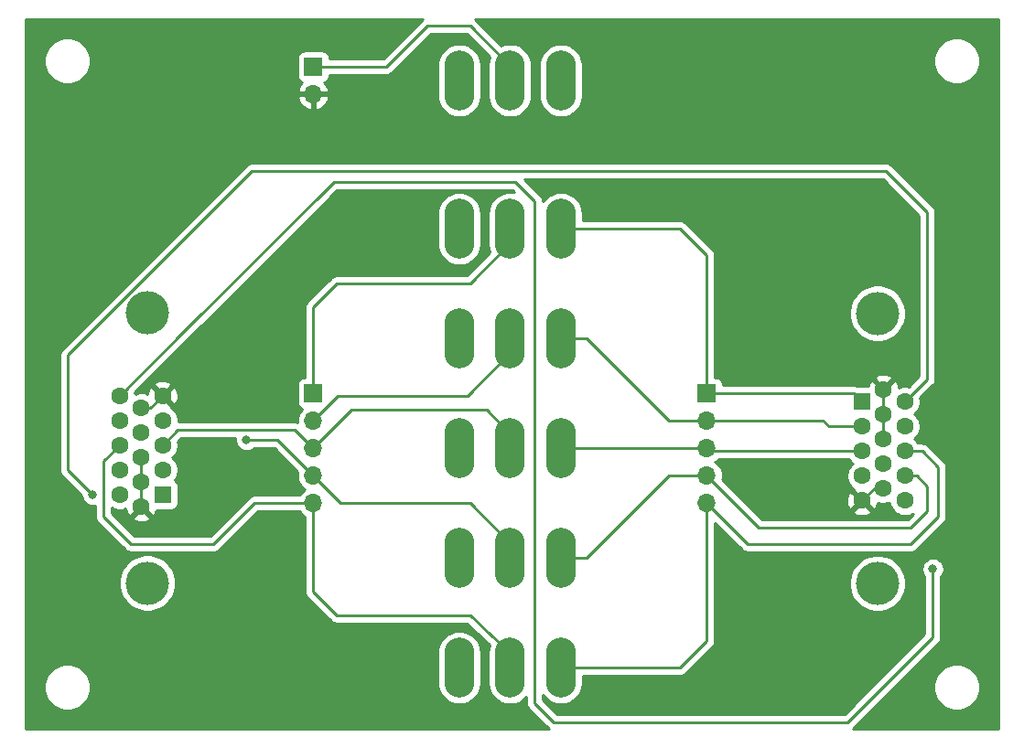
<source format=gtl>
G04 #@! TF.GenerationSoftware,KiCad,Pcbnew,5.1.4-e60b266~84~ubuntu19.04.1*
G04 #@! TF.CreationDate,2019-08-31T13:43:17+02:00*
G04 #@! TF.ProjectId,VGABreakout,56474142-7265-4616-9b6f-75742e6b6963,1.1*
G04 #@! TF.SameCoordinates,Original*
G04 #@! TF.FileFunction,Copper,L1,Top*
G04 #@! TF.FilePolarity,Positive*
%FSLAX46Y46*%
G04 Gerber Fmt 4.6, Leading zero omitted, Abs format (unit mm)*
G04 Created by KiCad (PCBNEW 5.1.4-e60b266~84~ubuntu19.04.1) date 2019-08-31 13:43:17*
%MOMM*%
%LPD*%
G04 APERTURE LIST*
%ADD10O,2.775000X5.550000*%
%ADD11C,4.000000*%
%ADD12C,1.600000*%
%ADD13R,1.600000X1.600000*%
%ADD14O,1.700000X1.700000*%
%ADD15R,1.700000X1.700000*%
%ADD16C,0.800000*%
%ADD17C,0.250000*%
%ADD18C,0.254000*%
G04 APERTURE END LIST*
D10*
X151651700Y-119776240D03*
X146951700Y-119776240D03*
X142251700Y-119776240D03*
X142251700Y-109616240D03*
X146951700Y-109616240D03*
X151651700Y-109616240D03*
X142251700Y-99456240D03*
X146951700Y-99456240D03*
X151651700Y-99456240D03*
X142251700Y-89296240D03*
X146951700Y-89296240D03*
X151651700Y-89296240D03*
X151651700Y-79136240D03*
X146951700Y-79136240D03*
X142251700Y-79136240D03*
X142251700Y-65416240D03*
X146951700Y-65416240D03*
X151651700Y-65416240D03*
D11*
X113391162Y-111941240D03*
X113391162Y-86941240D03*
D12*
X110851162Y-94596240D03*
X110851162Y-96886240D03*
X110851162Y-99176240D03*
X110851162Y-101466240D03*
X110851162Y-103756240D03*
X112831162Y-95741240D03*
X112831162Y-98031240D03*
X112831162Y-100321240D03*
X112831162Y-102611240D03*
X112831162Y-104901240D03*
X114811162Y-94596240D03*
X114811162Y-96886240D03*
X114811162Y-99176240D03*
X114811162Y-101466240D03*
D13*
X114811162Y-103756240D03*
D14*
X128750500Y-66681240D03*
D15*
X128750500Y-64141240D03*
X128750500Y-94381240D03*
D14*
X128750500Y-96921240D03*
X128750500Y-99461240D03*
X128750500Y-102001240D03*
X128750500Y-104541240D03*
D15*
X165152900Y-94381240D03*
D14*
X165152900Y-96921240D03*
X165152900Y-99461240D03*
X165152900Y-102001240D03*
X165152900Y-104541240D03*
D11*
X180942238Y-86971240D03*
X180942238Y-111971240D03*
D12*
X183482238Y-104316240D03*
X183482238Y-102026240D03*
X183482238Y-99736240D03*
X183482238Y-97446240D03*
X183482238Y-95156240D03*
X181502238Y-103171240D03*
X181502238Y-100881240D03*
X181502238Y-98591240D03*
X181502238Y-96301240D03*
X181502238Y-94011240D03*
X179522238Y-104316240D03*
X179522238Y-102026240D03*
X179522238Y-99736240D03*
X179522238Y-97446240D03*
D13*
X179522238Y-95156240D03*
D16*
X186067700Y-110632240D03*
X122567700Y-98694240D03*
X108343700Y-103774240D03*
X172859700Y-102758240D03*
D17*
X110851162Y-94596240D02*
X116819431Y-88627971D01*
X116819431Y-88627971D02*
X130629162Y-74818240D01*
X130629162Y-74818240D02*
X146443054Y-74818240D01*
X146443054Y-74818240D02*
X147459700Y-74818240D01*
X147459700Y-74818240D02*
X149237700Y-76596240D01*
X149237700Y-76596240D02*
X149237700Y-121299594D01*
X149237700Y-121299594D02*
X149237700Y-123078240D01*
X149237700Y-123078240D02*
X151015700Y-124856240D01*
X178193700Y-124856240D02*
X186067700Y-116982240D01*
X151015700Y-124856240D02*
X178193700Y-124856240D01*
X186067700Y-116982240D02*
X186067700Y-110632240D01*
X146951700Y-108228740D02*
X143259200Y-104536240D01*
X146951700Y-109616240D02*
X146951700Y-108228740D01*
X131285500Y-104536240D02*
X128750500Y-102001240D01*
X143259200Y-104536240D02*
X131285500Y-104536240D01*
X125443500Y-98694240D02*
X128750500Y-102001240D01*
X122567700Y-98694240D02*
X125443500Y-98694240D01*
X130949700Y-114950240D02*
X128750500Y-112751040D01*
X128750500Y-112751040D02*
X128750500Y-104541240D01*
X146951700Y-118388740D02*
X143259200Y-114950240D01*
X143259200Y-114950240D02*
X130949700Y-114950240D01*
X146951700Y-119776240D02*
X146951700Y-118388740D01*
X128750500Y-104541240D02*
X123324700Y-104541240D01*
X123324700Y-104541240D02*
X119519700Y-108346240D01*
X119519700Y-108346240D02*
X111899700Y-108346240D01*
X111899700Y-108346240D02*
X109359700Y-105806240D01*
X109359700Y-100667702D02*
X110851162Y-99176240D01*
X109359700Y-105806240D02*
X109359700Y-100667702D01*
X185559700Y-93078778D02*
X183482238Y-95156240D01*
X185559700Y-77612240D02*
X185559700Y-93078778D01*
X106057700Y-101488240D02*
X106057700Y-90833700D01*
X106057700Y-90833700D02*
X123089160Y-73802240D01*
X108343700Y-103774240D02*
X106057700Y-101488240D01*
X123089160Y-73802240D02*
X181749700Y-73802240D01*
X181749700Y-73802240D02*
X185559700Y-77612240D01*
X128750500Y-64141240D02*
X135530700Y-64141240D01*
X135530700Y-64141240D02*
X139331700Y-60340240D01*
X146951700Y-64028740D02*
X146951700Y-65416240D01*
X143263200Y-60340240D02*
X146951700Y-64028740D01*
X139331700Y-60340240D02*
X143263200Y-60340240D01*
X146951700Y-98068740D02*
X144783200Y-95900240D01*
X146951700Y-99456240D02*
X146951700Y-98068740D01*
X132311500Y-95900240D02*
X128750500Y-99461240D01*
X144783200Y-95900240D02*
X132311500Y-95900240D01*
X127058962Y-97769702D02*
X127900501Y-98611241D01*
X116217700Y-97769702D02*
X127058962Y-97769702D01*
X127900501Y-98611241D02*
X128750500Y-99461240D01*
X114811162Y-99176240D02*
X116217700Y-97769702D01*
X146951700Y-90683740D02*
X143005200Y-94630240D01*
X146951700Y-89296240D02*
X146951700Y-90683740D01*
X131041500Y-94630240D02*
X128750500Y-96921240D01*
X143005200Y-94630240D02*
X131041500Y-94630240D01*
X146951700Y-80523740D02*
X143259200Y-84216240D01*
X146951700Y-79136240D02*
X146951700Y-80523740D01*
X143259200Y-84216240D02*
X130949700Y-84216240D01*
X128750500Y-86415440D02*
X128750500Y-94381240D01*
X130949700Y-84216240D02*
X128750500Y-86415440D01*
X165152900Y-117323040D02*
X165152900Y-104541240D01*
X185077700Y-99736240D02*
X183482238Y-99736240D01*
X165152900Y-104541240D02*
X168957900Y-108346240D01*
X184035700Y-108346240D02*
X186575700Y-105806240D01*
X186575700Y-105806240D02*
X186575700Y-101234240D01*
X168957900Y-108346240D02*
X184035700Y-108346240D01*
X186575700Y-101234240D02*
X185077700Y-99736240D01*
X153289200Y-119776240D02*
X162699700Y-119776240D01*
X165152900Y-117323040D02*
X162699700Y-119776240D01*
X153289200Y-119776240D02*
X151651700Y-119776240D01*
X165152900Y-102001240D02*
X161688700Y-102001240D01*
X154073700Y-109616240D02*
X151651700Y-109616240D01*
X161688700Y-102001240D02*
X154073700Y-109616240D01*
X169973900Y-106822240D02*
X165152900Y-102001240D01*
X184613608Y-102026240D02*
X185559700Y-102972332D01*
X183482238Y-102026240D02*
X184613608Y-102026240D01*
X185559700Y-102972332D02*
X185559700Y-105298240D01*
X185559700Y-105298240D02*
X184035700Y-106822240D01*
X184035700Y-106822240D02*
X169973900Y-106822240D01*
X165147900Y-99456240D02*
X165152900Y-99461240D01*
X151651700Y-99456240D02*
X165147900Y-99456240D01*
X165427900Y-99736240D02*
X165152900Y-99461240D01*
X179522238Y-99736240D02*
X165427900Y-99736240D01*
X165152900Y-96921240D02*
X161688700Y-96921240D01*
X154063700Y-89296240D02*
X151651700Y-89296240D01*
X161688700Y-96921240D02*
X154063700Y-89296240D01*
X179522238Y-97446240D02*
X176437700Y-97446240D01*
X175912700Y-96921240D02*
X165152900Y-96921240D01*
X176437700Y-97446240D02*
X175912700Y-96921240D01*
X151651700Y-79136240D02*
X162699700Y-79136240D01*
X165152900Y-81589440D02*
X165152900Y-94381240D01*
X162699700Y-79136240D02*
X165152900Y-81589440D01*
X178747238Y-94381240D02*
X179522238Y-95156240D01*
X165152900Y-94381240D02*
X178747238Y-94381240D01*
X181502238Y-98591240D02*
X181502238Y-96301240D01*
X181502238Y-96301240D02*
X181502238Y-94011240D01*
X180667238Y-103171240D02*
X179522238Y-104316240D01*
X181502238Y-103171240D02*
X180667238Y-103171240D01*
X112831162Y-100321240D02*
X112831162Y-104901240D01*
X113666162Y-95741240D02*
X114811162Y-94596240D01*
X112831162Y-95741240D02*
X113666162Y-95741240D01*
D18*
G36*
X138791699Y-59800239D02*
G01*
X138767901Y-59829237D01*
X135215899Y-63381240D01*
X130238572Y-63381240D01*
X130238572Y-63291240D01*
X130226312Y-63166758D01*
X130190002Y-63047060D01*
X130131037Y-62936746D01*
X130051685Y-62840055D01*
X129954994Y-62760703D01*
X129844680Y-62701738D01*
X129724982Y-62665428D01*
X129600500Y-62653168D01*
X127900500Y-62653168D01*
X127776018Y-62665428D01*
X127656320Y-62701738D01*
X127546006Y-62760703D01*
X127449315Y-62840055D01*
X127369963Y-62936746D01*
X127310998Y-63047060D01*
X127274688Y-63166758D01*
X127262428Y-63291240D01*
X127262428Y-64991240D01*
X127274688Y-65115722D01*
X127310998Y-65235420D01*
X127369963Y-65345734D01*
X127449315Y-65442425D01*
X127546006Y-65521777D01*
X127656320Y-65580742D01*
X127736966Y-65605206D01*
X127652912Y-65680971D01*
X127478859Y-65914320D01*
X127353675Y-66177141D01*
X127309024Y-66324350D01*
X127430345Y-66554240D01*
X128623500Y-66554240D01*
X128623500Y-66534240D01*
X128877500Y-66534240D01*
X128877500Y-66554240D01*
X130070655Y-66554240D01*
X130191976Y-66324350D01*
X130147325Y-66177141D01*
X130022141Y-65914320D01*
X129848088Y-65680971D01*
X129764034Y-65605206D01*
X129844680Y-65580742D01*
X129954994Y-65521777D01*
X130051685Y-65442425D01*
X130131037Y-65345734D01*
X130190002Y-65235420D01*
X130226312Y-65115722D01*
X130238572Y-64991240D01*
X130238572Y-64901240D01*
X135493378Y-64901240D01*
X135530700Y-64904916D01*
X135568022Y-64901240D01*
X135568033Y-64901240D01*
X135679686Y-64890243D01*
X135822947Y-64846786D01*
X135954976Y-64776214D01*
X136070701Y-64681241D01*
X136094504Y-64652237D01*
X139646502Y-61100240D01*
X142948399Y-61100240D01*
X145082844Y-63234686D01*
X145074114Y-63251018D01*
X144958465Y-63632261D01*
X144929201Y-63929382D01*
X144929200Y-66903097D01*
X144958464Y-67200218D01*
X145074113Y-67581461D01*
X145261916Y-67932818D01*
X145514657Y-68240783D01*
X145822622Y-68493524D01*
X146173978Y-68681327D01*
X146555221Y-68796976D01*
X146951700Y-68836026D01*
X147348178Y-68796976D01*
X147729421Y-68681327D01*
X148080778Y-68493524D01*
X148388743Y-68240783D01*
X148641484Y-67932818D01*
X148829287Y-67581462D01*
X148944936Y-67200219D01*
X148974200Y-66903098D01*
X148974200Y-66903097D01*
X149629200Y-66903097D01*
X149658464Y-67200218D01*
X149774113Y-67581461D01*
X149961916Y-67932818D01*
X150214657Y-68240783D01*
X150522622Y-68493524D01*
X150873978Y-68681327D01*
X151255221Y-68796976D01*
X151651700Y-68836026D01*
X152048178Y-68796976D01*
X152429421Y-68681327D01*
X152780778Y-68493524D01*
X153088743Y-68240783D01*
X153341484Y-67932818D01*
X153529287Y-67581462D01*
X153644936Y-67200219D01*
X153674200Y-66903098D01*
X153674200Y-63929382D01*
X153644936Y-63632261D01*
X153570710Y-63387568D01*
X186114976Y-63387568D01*
X186114976Y-63812512D01*
X186197878Y-64229290D01*
X186360497Y-64621887D01*
X186596583Y-64975214D01*
X186897064Y-65275695D01*
X187250391Y-65511781D01*
X187642988Y-65674400D01*
X188059766Y-65757302D01*
X188484710Y-65757302D01*
X188901488Y-65674400D01*
X189294085Y-65511781D01*
X189647412Y-65275695D01*
X189947893Y-64975214D01*
X190183979Y-64621887D01*
X190346598Y-64229290D01*
X190429500Y-63812512D01*
X190429500Y-63387568D01*
X190346598Y-62970790D01*
X190183979Y-62578193D01*
X189947893Y-62224866D01*
X189647412Y-61924385D01*
X189294085Y-61688299D01*
X188901488Y-61525680D01*
X188484710Y-61442778D01*
X188059766Y-61442778D01*
X187642988Y-61525680D01*
X187250391Y-61688299D01*
X186897064Y-61924385D01*
X186596583Y-62224866D01*
X186360497Y-62578193D01*
X186197878Y-62970790D01*
X186114976Y-63387568D01*
X153570710Y-63387568D01*
X153529287Y-63251018D01*
X153341484Y-62899662D01*
X153088743Y-62591697D01*
X152780778Y-62338956D01*
X152429422Y-62151153D01*
X152048179Y-62035504D01*
X151651700Y-61996454D01*
X151255222Y-62035504D01*
X150873979Y-62151153D01*
X150522623Y-62338956D01*
X150214658Y-62591697D01*
X149961917Y-62899662D01*
X149774114Y-63251018D01*
X149658465Y-63632261D01*
X149629201Y-63929382D01*
X149629200Y-66903097D01*
X148974200Y-66903097D01*
X148974200Y-63929382D01*
X148944936Y-63632261D01*
X148829287Y-63251018D01*
X148641484Y-62899662D01*
X148388743Y-62591697D01*
X148080778Y-62338956D01*
X147729422Y-62151153D01*
X147348179Y-62035504D01*
X146951700Y-61996454D01*
X146555222Y-62035504D01*
X146173979Y-62151153D01*
X146157645Y-62159884D01*
X143827004Y-59829243D01*
X143803201Y-59800239D01*
X143739231Y-59747740D01*
X192124538Y-59747740D01*
X192124539Y-125444740D01*
X178674605Y-125444740D01*
X178733701Y-125396241D01*
X178757504Y-125367237D01*
X182744773Y-121379968D01*
X186114976Y-121379968D01*
X186114976Y-121804912D01*
X186197878Y-122221690D01*
X186360497Y-122614287D01*
X186596583Y-122967614D01*
X186897064Y-123268095D01*
X187250391Y-123504181D01*
X187642988Y-123666800D01*
X188059766Y-123749702D01*
X188484710Y-123749702D01*
X188901488Y-123666800D01*
X189294085Y-123504181D01*
X189647412Y-123268095D01*
X189947893Y-122967614D01*
X190183979Y-122614287D01*
X190346598Y-122221690D01*
X190429500Y-121804912D01*
X190429500Y-121379968D01*
X190346598Y-120963190D01*
X190183979Y-120570593D01*
X189947893Y-120217266D01*
X189647412Y-119916785D01*
X189294085Y-119680699D01*
X188901488Y-119518080D01*
X188484710Y-119435178D01*
X188059766Y-119435178D01*
X187642988Y-119518080D01*
X187250391Y-119680699D01*
X186897064Y-119916785D01*
X186596583Y-120217266D01*
X186360497Y-120570593D01*
X186197878Y-120963190D01*
X186114976Y-121379968D01*
X182744773Y-121379968D01*
X186578704Y-117546038D01*
X186607701Y-117522241D01*
X186702674Y-117406516D01*
X186773246Y-117274487D01*
X186816703Y-117131226D01*
X186827700Y-117019573D01*
X186827700Y-117019572D01*
X186831377Y-116982240D01*
X186827700Y-116944907D01*
X186827700Y-111335951D01*
X186871637Y-111292014D01*
X186984905Y-111122496D01*
X187062926Y-110934138D01*
X187102700Y-110734179D01*
X187102700Y-110530301D01*
X187062926Y-110330342D01*
X186984905Y-110141984D01*
X186871637Y-109972466D01*
X186727474Y-109828303D01*
X186557956Y-109715035D01*
X186369598Y-109637014D01*
X186169639Y-109597240D01*
X185965761Y-109597240D01*
X185765802Y-109637014D01*
X185577444Y-109715035D01*
X185407926Y-109828303D01*
X185263763Y-109972466D01*
X185150495Y-110141984D01*
X185072474Y-110330342D01*
X185032700Y-110530301D01*
X185032700Y-110734179D01*
X185072474Y-110934138D01*
X185150495Y-111122496D01*
X185263763Y-111292014D01*
X185307701Y-111335952D01*
X185307700Y-116667438D01*
X177878899Y-124096240D01*
X151330502Y-124096240D01*
X149997700Y-122763439D01*
X149997700Y-122336421D01*
X150214657Y-122600783D01*
X150522622Y-122853524D01*
X150873978Y-123041327D01*
X151255221Y-123156976D01*
X151651700Y-123196026D01*
X152048178Y-123156976D01*
X152429421Y-123041327D01*
X152780778Y-122853524D01*
X153088743Y-122600783D01*
X153341484Y-122292818D01*
X153529287Y-121941462D01*
X153644936Y-121560219D01*
X153674200Y-121263098D01*
X153674200Y-120536240D01*
X162662378Y-120536240D01*
X162699700Y-120539916D01*
X162737022Y-120536240D01*
X162737033Y-120536240D01*
X162848686Y-120525243D01*
X162991947Y-120481786D01*
X163123976Y-120411214D01*
X163239701Y-120316241D01*
X163263504Y-120287237D01*
X165663904Y-117886838D01*
X165692901Y-117863041D01*
X165787874Y-117747316D01*
X165858446Y-117615287D01*
X165901903Y-117472026D01*
X165912900Y-117360373D01*
X165912900Y-117360365D01*
X165916576Y-117323040D01*
X165912900Y-117285715D01*
X165912900Y-111711715D01*
X178307238Y-111711715D01*
X178307238Y-112230765D01*
X178408499Y-112739841D01*
X178607131Y-113219381D01*
X178895500Y-113650955D01*
X179262523Y-114017978D01*
X179694097Y-114306347D01*
X180173637Y-114504979D01*
X180682713Y-114606240D01*
X181201763Y-114606240D01*
X181710839Y-114504979D01*
X182190379Y-114306347D01*
X182621953Y-114017978D01*
X182988976Y-113650955D01*
X183277345Y-113219381D01*
X183475977Y-112739841D01*
X183577238Y-112230765D01*
X183577238Y-111711715D01*
X183475977Y-111202639D01*
X183277345Y-110723099D01*
X182988976Y-110291525D01*
X182621953Y-109924502D01*
X182190379Y-109636133D01*
X181710839Y-109437501D01*
X181201763Y-109336240D01*
X180682713Y-109336240D01*
X180173637Y-109437501D01*
X179694097Y-109636133D01*
X179262523Y-109924502D01*
X178895500Y-110291525D01*
X178607131Y-110723099D01*
X178408499Y-111202639D01*
X178307238Y-111711715D01*
X165912900Y-111711715D01*
X165912900Y-106376041D01*
X168394101Y-108857243D01*
X168417899Y-108886241D01*
X168446897Y-108910039D01*
X168533624Y-108981214D01*
X168665653Y-109051786D01*
X168808914Y-109095243D01*
X168957900Y-109109917D01*
X168995233Y-109106240D01*
X183998378Y-109106240D01*
X184035700Y-109109916D01*
X184073022Y-109106240D01*
X184073033Y-109106240D01*
X184184686Y-109095243D01*
X184327947Y-109051786D01*
X184459976Y-108981214D01*
X184575701Y-108886241D01*
X184599504Y-108857237D01*
X187086709Y-106370034D01*
X187115701Y-106346241D01*
X187139495Y-106317248D01*
X187139499Y-106317244D01*
X187210673Y-106230517D01*
X187210674Y-106230516D01*
X187281246Y-106098487D01*
X187324703Y-105955226D01*
X187335700Y-105843573D01*
X187335700Y-105843564D01*
X187339376Y-105806241D01*
X187335700Y-105768918D01*
X187335700Y-101271563D01*
X187339376Y-101234240D01*
X187335700Y-101196917D01*
X187335700Y-101196907D01*
X187324703Y-101085254D01*
X187281246Y-100941993D01*
X187214268Y-100816687D01*
X187210674Y-100809963D01*
X187139499Y-100723237D01*
X187115701Y-100694239D01*
X187086703Y-100670441D01*
X185641504Y-99225243D01*
X185617701Y-99196239D01*
X185501976Y-99101266D01*
X185369947Y-99030694D01*
X185226686Y-98987237D01*
X185115033Y-98976240D01*
X185115022Y-98976240D01*
X185077700Y-98972564D01*
X185040378Y-98976240D01*
X184700281Y-98976240D01*
X184596875Y-98821481D01*
X184396997Y-98621603D01*
X184351555Y-98591240D01*
X184396997Y-98560877D01*
X184596875Y-98360999D01*
X184753918Y-98125967D01*
X184862091Y-97864814D01*
X184917238Y-97587575D01*
X184917238Y-97304905D01*
X184862091Y-97027666D01*
X184753918Y-96766513D01*
X184596875Y-96531481D01*
X184396997Y-96331603D01*
X184351555Y-96301240D01*
X184396997Y-96270877D01*
X184596875Y-96070999D01*
X184753918Y-95835967D01*
X184862091Y-95574814D01*
X184917238Y-95297575D01*
X184917238Y-95014905D01*
X184880926Y-94832354D01*
X186070703Y-93642577D01*
X186099701Y-93618779D01*
X186126032Y-93586695D01*
X186194674Y-93503055D01*
X186265246Y-93371025D01*
X186268721Y-93359569D01*
X186308703Y-93227764D01*
X186319700Y-93116111D01*
X186319700Y-93116101D01*
X186323376Y-93078778D01*
X186319700Y-93041455D01*
X186319700Y-77649565D01*
X186323376Y-77612240D01*
X186319700Y-77574915D01*
X186319700Y-77574907D01*
X186308703Y-77463254D01*
X186265246Y-77319993D01*
X186194674Y-77187964D01*
X186099701Y-77072239D01*
X186070704Y-77048442D01*
X182313504Y-73291243D01*
X182289701Y-73262239D01*
X182173976Y-73167266D01*
X182041947Y-73096694D01*
X181898686Y-73053237D01*
X181787033Y-73042240D01*
X181787022Y-73042240D01*
X181749700Y-73038564D01*
X181712378Y-73042240D01*
X123126485Y-73042240D01*
X123089160Y-73038564D01*
X123051835Y-73042240D01*
X123051827Y-73042240D01*
X122940174Y-73053237D01*
X122796913Y-73096694D01*
X122664884Y-73167266D01*
X122549159Y-73262239D01*
X122525361Y-73291237D01*
X105546698Y-90269901D01*
X105517700Y-90293699D01*
X105493902Y-90322697D01*
X105493901Y-90322698D01*
X105422726Y-90409424D01*
X105352154Y-90541454D01*
X105321880Y-90641258D01*
X105308994Y-90683740D01*
X105308698Y-90684715D01*
X105294024Y-90833700D01*
X105297701Y-90871032D01*
X105297700Y-101450918D01*
X105294024Y-101488240D01*
X105297700Y-101525562D01*
X105297700Y-101525572D01*
X105308697Y-101637225D01*
X105342160Y-101747540D01*
X105352154Y-101780486D01*
X105422726Y-101912516D01*
X105462571Y-101961066D01*
X105517699Y-102028241D01*
X105546703Y-102052044D01*
X107308700Y-103814042D01*
X107308700Y-103876179D01*
X107348474Y-104076138D01*
X107426495Y-104264496D01*
X107539763Y-104434014D01*
X107683926Y-104578177D01*
X107853444Y-104691445D01*
X108041802Y-104769466D01*
X108241761Y-104809240D01*
X108445639Y-104809240D01*
X108599700Y-104778596D01*
X108599700Y-105768917D01*
X108596024Y-105806240D01*
X108599700Y-105843562D01*
X108599700Y-105843572D01*
X108610697Y-105955225D01*
X108632239Y-106026240D01*
X108654154Y-106098486D01*
X108724726Y-106230516D01*
X108764571Y-106279066D01*
X108819699Y-106346241D01*
X108848703Y-106370044D01*
X111335905Y-108857248D01*
X111359699Y-108886241D01*
X111388692Y-108910035D01*
X111388696Y-108910039D01*
X111459385Y-108968051D01*
X111475424Y-108981214D01*
X111607453Y-109051786D01*
X111750714Y-109095243D01*
X111862367Y-109106240D01*
X111862376Y-109106240D01*
X111899699Y-109109916D01*
X111937022Y-109106240D01*
X119482378Y-109106240D01*
X119519700Y-109109916D01*
X119557022Y-109106240D01*
X119557033Y-109106240D01*
X119668686Y-109095243D01*
X119811947Y-109051786D01*
X119943976Y-108981214D01*
X120059701Y-108886241D01*
X120083504Y-108857237D01*
X123639502Y-105301240D01*
X127472905Y-105301240D01*
X127509794Y-105370254D01*
X127695366Y-105596374D01*
X127921486Y-105781946D01*
X127990501Y-105818835D01*
X127990500Y-112713718D01*
X127986824Y-112751040D01*
X127990500Y-112788362D01*
X127990500Y-112788372D01*
X128001497Y-112900025D01*
X128042752Y-113036026D01*
X128044954Y-113043286D01*
X128115526Y-113175316D01*
X128151690Y-113219381D01*
X128210499Y-113291041D01*
X128239502Y-113314844D01*
X130385905Y-115461248D01*
X130409699Y-115490241D01*
X130438692Y-115514035D01*
X130438696Y-115514039D01*
X130509385Y-115572051D01*
X130525424Y-115585214D01*
X130657453Y-115655786D01*
X130800714Y-115699243D01*
X130912367Y-115710240D01*
X130912376Y-115710240D01*
X130949699Y-115713916D01*
X130987022Y-115710240D01*
X142960135Y-115710240D01*
X145058081Y-117663873D01*
X144958465Y-117992261D01*
X144929201Y-118289382D01*
X144929200Y-121263097D01*
X144958464Y-121560218D01*
X145074113Y-121941461D01*
X145261916Y-122292818D01*
X145514657Y-122600783D01*
X145822622Y-122853524D01*
X146173978Y-123041327D01*
X146555221Y-123156976D01*
X146951700Y-123196026D01*
X147348178Y-123156976D01*
X147729421Y-123041327D01*
X148080778Y-122853524D01*
X148388743Y-122600783D01*
X148477701Y-122492388D01*
X148477701Y-123040908D01*
X148474024Y-123078240D01*
X148488698Y-123227225D01*
X148532154Y-123370486D01*
X148602726Y-123502516D01*
X148673901Y-123589242D01*
X148697700Y-123618241D01*
X148726698Y-123642039D01*
X150451901Y-125367243D01*
X150475699Y-125396241D01*
X150534795Y-125444740D01*
X102148862Y-125444740D01*
X102148862Y-121379968D01*
X103843900Y-121379968D01*
X103843900Y-121804912D01*
X103926802Y-122221690D01*
X104089421Y-122614287D01*
X104325507Y-122967614D01*
X104625988Y-123268095D01*
X104979315Y-123504181D01*
X105371912Y-123666800D01*
X105788690Y-123749702D01*
X106213634Y-123749702D01*
X106630412Y-123666800D01*
X107023009Y-123504181D01*
X107376336Y-123268095D01*
X107676817Y-122967614D01*
X107912903Y-122614287D01*
X108075522Y-122221690D01*
X108158424Y-121804912D01*
X108158424Y-121379968D01*
X108135177Y-121263097D01*
X140229200Y-121263097D01*
X140258464Y-121560218D01*
X140374113Y-121941461D01*
X140561916Y-122292818D01*
X140814657Y-122600783D01*
X141122622Y-122853524D01*
X141473978Y-123041327D01*
X141855221Y-123156976D01*
X142251700Y-123196026D01*
X142648178Y-123156976D01*
X143029421Y-123041327D01*
X143380778Y-122853524D01*
X143688743Y-122600783D01*
X143941484Y-122292818D01*
X144129287Y-121941462D01*
X144244936Y-121560219D01*
X144274200Y-121263098D01*
X144274200Y-118289382D01*
X144244936Y-117992261D01*
X144129287Y-117611018D01*
X143941484Y-117259662D01*
X143688743Y-116951697D01*
X143380778Y-116698956D01*
X143029422Y-116511153D01*
X142648179Y-116395504D01*
X142251700Y-116356454D01*
X141855222Y-116395504D01*
X141473979Y-116511153D01*
X141122623Y-116698956D01*
X140814658Y-116951697D01*
X140561917Y-117259662D01*
X140374114Y-117611018D01*
X140258465Y-117992261D01*
X140229201Y-118289382D01*
X140229200Y-121263097D01*
X108135177Y-121263097D01*
X108075522Y-120963190D01*
X107912903Y-120570593D01*
X107676817Y-120217266D01*
X107376336Y-119916785D01*
X107023009Y-119680699D01*
X106630412Y-119518080D01*
X106213634Y-119435178D01*
X105788690Y-119435178D01*
X105371912Y-119518080D01*
X104979315Y-119680699D01*
X104625988Y-119916785D01*
X104325507Y-120217266D01*
X104089421Y-120570593D01*
X103926802Y-120963190D01*
X103843900Y-121379968D01*
X102148862Y-121379968D01*
X102148862Y-111681715D01*
X110756162Y-111681715D01*
X110756162Y-112200765D01*
X110857423Y-112709841D01*
X111056055Y-113189381D01*
X111344424Y-113620955D01*
X111711447Y-113987978D01*
X112143021Y-114276347D01*
X112622561Y-114474979D01*
X113131637Y-114576240D01*
X113650687Y-114576240D01*
X114159763Y-114474979D01*
X114639303Y-114276347D01*
X115070877Y-113987978D01*
X115437900Y-113620955D01*
X115726269Y-113189381D01*
X115924901Y-112709841D01*
X116026162Y-112200765D01*
X116026162Y-111681715D01*
X115924901Y-111172639D01*
X115726269Y-110693099D01*
X115437900Y-110261525D01*
X115070877Y-109894502D01*
X114639303Y-109606133D01*
X114159763Y-109407501D01*
X113650687Y-109306240D01*
X113131637Y-109306240D01*
X112622561Y-109407501D01*
X112143021Y-109606133D01*
X111711447Y-109894502D01*
X111344424Y-110261525D01*
X111056055Y-110693099D01*
X110857423Y-111172639D01*
X110756162Y-111681715D01*
X102148862Y-111681715D01*
X102148862Y-67038130D01*
X127309024Y-67038130D01*
X127353675Y-67185339D01*
X127478859Y-67448160D01*
X127652912Y-67681509D01*
X127869145Y-67876418D01*
X128119248Y-68025397D01*
X128393609Y-68122721D01*
X128623500Y-68002054D01*
X128623500Y-66808240D01*
X128877500Y-66808240D01*
X128877500Y-68002054D01*
X129107391Y-68122721D01*
X129381752Y-68025397D01*
X129631855Y-67876418D01*
X129848088Y-67681509D01*
X130022141Y-67448160D01*
X130147325Y-67185339D01*
X130191976Y-67038130D01*
X130120715Y-66903097D01*
X140229200Y-66903097D01*
X140258464Y-67200218D01*
X140374113Y-67581461D01*
X140561916Y-67932818D01*
X140814657Y-68240783D01*
X141122622Y-68493524D01*
X141473978Y-68681327D01*
X141855221Y-68796976D01*
X142251700Y-68836026D01*
X142648178Y-68796976D01*
X143029421Y-68681327D01*
X143380778Y-68493524D01*
X143688743Y-68240783D01*
X143941484Y-67932818D01*
X144129287Y-67581462D01*
X144244936Y-67200219D01*
X144274200Y-66903098D01*
X144274200Y-63929382D01*
X144244936Y-63632261D01*
X144129287Y-63251018D01*
X143941484Y-62899662D01*
X143688743Y-62591697D01*
X143380778Y-62338956D01*
X143029422Y-62151153D01*
X142648179Y-62035504D01*
X142251700Y-61996454D01*
X141855222Y-62035504D01*
X141473979Y-62151153D01*
X141122623Y-62338956D01*
X140814658Y-62591697D01*
X140561917Y-62899662D01*
X140374114Y-63251018D01*
X140258465Y-63632261D01*
X140229201Y-63929382D01*
X140229200Y-66903097D01*
X130120715Y-66903097D01*
X130070655Y-66808240D01*
X128877500Y-66808240D01*
X128623500Y-66808240D01*
X127430345Y-66808240D01*
X127309024Y-67038130D01*
X102148862Y-67038130D01*
X102148862Y-63387568D01*
X103843900Y-63387568D01*
X103843900Y-63812512D01*
X103926802Y-64229290D01*
X104089421Y-64621887D01*
X104325507Y-64975214D01*
X104625988Y-65275695D01*
X104979315Y-65511781D01*
X105371912Y-65674400D01*
X105788690Y-65757302D01*
X106213634Y-65757302D01*
X106630412Y-65674400D01*
X107023009Y-65511781D01*
X107376336Y-65275695D01*
X107676817Y-64975214D01*
X107912903Y-64621887D01*
X108075522Y-64229290D01*
X108158424Y-63812512D01*
X108158424Y-63387568D01*
X108075522Y-62970790D01*
X107912903Y-62578193D01*
X107676817Y-62224866D01*
X107376336Y-61924385D01*
X107023009Y-61688299D01*
X106630412Y-61525680D01*
X106213634Y-61442778D01*
X105788690Y-61442778D01*
X105371912Y-61525680D01*
X104979315Y-61688299D01*
X104625988Y-61924385D01*
X104325507Y-62224866D01*
X104089421Y-62578193D01*
X103926802Y-62970790D01*
X103843900Y-63387568D01*
X102148862Y-63387568D01*
X102148862Y-59747740D01*
X138855669Y-59747740D01*
X138791699Y-59800239D01*
X138791699Y-59800239D01*
G37*
X138791699Y-59800239D02*
X138767901Y-59829237D01*
X135215899Y-63381240D01*
X130238572Y-63381240D01*
X130238572Y-63291240D01*
X130226312Y-63166758D01*
X130190002Y-63047060D01*
X130131037Y-62936746D01*
X130051685Y-62840055D01*
X129954994Y-62760703D01*
X129844680Y-62701738D01*
X129724982Y-62665428D01*
X129600500Y-62653168D01*
X127900500Y-62653168D01*
X127776018Y-62665428D01*
X127656320Y-62701738D01*
X127546006Y-62760703D01*
X127449315Y-62840055D01*
X127369963Y-62936746D01*
X127310998Y-63047060D01*
X127274688Y-63166758D01*
X127262428Y-63291240D01*
X127262428Y-64991240D01*
X127274688Y-65115722D01*
X127310998Y-65235420D01*
X127369963Y-65345734D01*
X127449315Y-65442425D01*
X127546006Y-65521777D01*
X127656320Y-65580742D01*
X127736966Y-65605206D01*
X127652912Y-65680971D01*
X127478859Y-65914320D01*
X127353675Y-66177141D01*
X127309024Y-66324350D01*
X127430345Y-66554240D01*
X128623500Y-66554240D01*
X128623500Y-66534240D01*
X128877500Y-66534240D01*
X128877500Y-66554240D01*
X130070655Y-66554240D01*
X130191976Y-66324350D01*
X130147325Y-66177141D01*
X130022141Y-65914320D01*
X129848088Y-65680971D01*
X129764034Y-65605206D01*
X129844680Y-65580742D01*
X129954994Y-65521777D01*
X130051685Y-65442425D01*
X130131037Y-65345734D01*
X130190002Y-65235420D01*
X130226312Y-65115722D01*
X130238572Y-64991240D01*
X130238572Y-64901240D01*
X135493378Y-64901240D01*
X135530700Y-64904916D01*
X135568022Y-64901240D01*
X135568033Y-64901240D01*
X135679686Y-64890243D01*
X135822947Y-64846786D01*
X135954976Y-64776214D01*
X136070701Y-64681241D01*
X136094504Y-64652237D01*
X139646502Y-61100240D01*
X142948399Y-61100240D01*
X145082844Y-63234686D01*
X145074114Y-63251018D01*
X144958465Y-63632261D01*
X144929201Y-63929382D01*
X144929200Y-66903097D01*
X144958464Y-67200218D01*
X145074113Y-67581461D01*
X145261916Y-67932818D01*
X145514657Y-68240783D01*
X145822622Y-68493524D01*
X146173978Y-68681327D01*
X146555221Y-68796976D01*
X146951700Y-68836026D01*
X147348178Y-68796976D01*
X147729421Y-68681327D01*
X148080778Y-68493524D01*
X148388743Y-68240783D01*
X148641484Y-67932818D01*
X148829287Y-67581462D01*
X148944936Y-67200219D01*
X148974200Y-66903098D01*
X148974200Y-66903097D01*
X149629200Y-66903097D01*
X149658464Y-67200218D01*
X149774113Y-67581461D01*
X149961916Y-67932818D01*
X150214657Y-68240783D01*
X150522622Y-68493524D01*
X150873978Y-68681327D01*
X151255221Y-68796976D01*
X151651700Y-68836026D01*
X152048178Y-68796976D01*
X152429421Y-68681327D01*
X152780778Y-68493524D01*
X153088743Y-68240783D01*
X153341484Y-67932818D01*
X153529287Y-67581462D01*
X153644936Y-67200219D01*
X153674200Y-66903098D01*
X153674200Y-63929382D01*
X153644936Y-63632261D01*
X153570710Y-63387568D01*
X186114976Y-63387568D01*
X186114976Y-63812512D01*
X186197878Y-64229290D01*
X186360497Y-64621887D01*
X186596583Y-64975214D01*
X186897064Y-65275695D01*
X187250391Y-65511781D01*
X187642988Y-65674400D01*
X188059766Y-65757302D01*
X188484710Y-65757302D01*
X188901488Y-65674400D01*
X189294085Y-65511781D01*
X189647412Y-65275695D01*
X189947893Y-64975214D01*
X190183979Y-64621887D01*
X190346598Y-64229290D01*
X190429500Y-63812512D01*
X190429500Y-63387568D01*
X190346598Y-62970790D01*
X190183979Y-62578193D01*
X189947893Y-62224866D01*
X189647412Y-61924385D01*
X189294085Y-61688299D01*
X188901488Y-61525680D01*
X188484710Y-61442778D01*
X188059766Y-61442778D01*
X187642988Y-61525680D01*
X187250391Y-61688299D01*
X186897064Y-61924385D01*
X186596583Y-62224866D01*
X186360497Y-62578193D01*
X186197878Y-62970790D01*
X186114976Y-63387568D01*
X153570710Y-63387568D01*
X153529287Y-63251018D01*
X153341484Y-62899662D01*
X153088743Y-62591697D01*
X152780778Y-62338956D01*
X152429422Y-62151153D01*
X152048179Y-62035504D01*
X151651700Y-61996454D01*
X151255222Y-62035504D01*
X150873979Y-62151153D01*
X150522623Y-62338956D01*
X150214658Y-62591697D01*
X149961917Y-62899662D01*
X149774114Y-63251018D01*
X149658465Y-63632261D01*
X149629201Y-63929382D01*
X149629200Y-66903097D01*
X148974200Y-66903097D01*
X148974200Y-63929382D01*
X148944936Y-63632261D01*
X148829287Y-63251018D01*
X148641484Y-62899662D01*
X148388743Y-62591697D01*
X148080778Y-62338956D01*
X147729422Y-62151153D01*
X147348179Y-62035504D01*
X146951700Y-61996454D01*
X146555222Y-62035504D01*
X146173979Y-62151153D01*
X146157645Y-62159884D01*
X143827004Y-59829243D01*
X143803201Y-59800239D01*
X143739231Y-59747740D01*
X192124538Y-59747740D01*
X192124539Y-125444740D01*
X178674605Y-125444740D01*
X178733701Y-125396241D01*
X178757504Y-125367237D01*
X182744773Y-121379968D01*
X186114976Y-121379968D01*
X186114976Y-121804912D01*
X186197878Y-122221690D01*
X186360497Y-122614287D01*
X186596583Y-122967614D01*
X186897064Y-123268095D01*
X187250391Y-123504181D01*
X187642988Y-123666800D01*
X188059766Y-123749702D01*
X188484710Y-123749702D01*
X188901488Y-123666800D01*
X189294085Y-123504181D01*
X189647412Y-123268095D01*
X189947893Y-122967614D01*
X190183979Y-122614287D01*
X190346598Y-122221690D01*
X190429500Y-121804912D01*
X190429500Y-121379968D01*
X190346598Y-120963190D01*
X190183979Y-120570593D01*
X189947893Y-120217266D01*
X189647412Y-119916785D01*
X189294085Y-119680699D01*
X188901488Y-119518080D01*
X188484710Y-119435178D01*
X188059766Y-119435178D01*
X187642988Y-119518080D01*
X187250391Y-119680699D01*
X186897064Y-119916785D01*
X186596583Y-120217266D01*
X186360497Y-120570593D01*
X186197878Y-120963190D01*
X186114976Y-121379968D01*
X182744773Y-121379968D01*
X186578704Y-117546038D01*
X186607701Y-117522241D01*
X186702674Y-117406516D01*
X186773246Y-117274487D01*
X186816703Y-117131226D01*
X186827700Y-117019573D01*
X186827700Y-117019572D01*
X186831377Y-116982240D01*
X186827700Y-116944907D01*
X186827700Y-111335951D01*
X186871637Y-111292014D01*
X186984905Y-111122496D01*
X187062926Y-110934138D01*
X187102700Y-110734179D01*
X187102700Y-110530301D01*
X187062926Y-110330342D01*
X186984905Y-110141984D01*
X186871637Y-109972466D01*
X186727474Y-109828303D01*
X186557956Y-109715035D01*
X186369598Y-109637014D01*
X186169639Y-109597240D01*
X185965761Y-109597240D01*
X185765802Y-109637014D01*
X185577444Y-109715035D01*
X185407926Y-109828303D01*
X185263763Y-109972466D01*
X185150495Y-110141984D01*
X185072474Y-110330342D01*
X185032700Y-110530301D01*
X185032700Y-110734179D01*
X185072474Y-110934138D01*
X185150495Y-111122496D01*
X185263763Y-111292014D01*
X185307701Y-111335952D01*
X185307700Y-116667438D01*
X177878899Y-124096240D01*
X151330502Y-124096240D01*
X149997700Y-122763439D01*
X149997700Y-122336421D01*
X150214657Y-122600783D01*
X150522622Y-122853524D01*
X150873978Y-123041327D01*
X151255221Y-123156976D01*
X151651700Y-123196026D01*
X152048178Y-123156976D01*
X152429421Y-123041327D01*
X152780778Y-122853524D01*
X153088743Y-122600783D01*
X153341484Y-122292818D01*
X153529287Y-121941462D01*
X153644936Y-121560219D01*
X153674200Y-121263098D01*
X153674200Y-120536240D01*
X162662378Y-120536240D01*
X162699700Y-120539916D01*
X162737022Y-120536240D01*
X162737033Y-120536240D01*
X162848686Y-120525243D01*
X162991947Y-120481786D01*
X163123976Y-120411214D01*
X163239701Y-120316241D01*
X163263504Y-120287237D01*
X165663904Y-117886838D01*
X165692901Y-117863041D01*
X165787874Y-117747316D01*
X165858446Y-117615287D01*
X165901903Y-117472026D01*
X165912900Y-117360373D01*
X165912900Y-117360365D01*
X165916576Y-117323040D01*
X165912900Y-117285715D01*
X165912900Y-111711715D01*
X178307238Y-111711715D01*
X178307238Y-112230765D01*
X178408499Y-112739841D01*
X178607131Y-113219381D01*
X178895500Y-113650955D01*
X179262523Y-114017978D01*
X179694097Y-114306347D01*
X180173637Y-114504979D01*
X180682713Y-114606240D01*
X181201763Y-114606240D01*
X181710839Y-114504979D01*
X182190379Y-114306347D01*
X182621953Y-114017978D01*
X182988976Y-113650955D01*
X183277345Y-113219381D01*
X183475977Y-112739841D01*
X183577238Y-112230765D01*
X183577238Y-111711715D01*
X183475977Y-111202639D01*
X183277345Y-110723099D01*
X182988976Y-110291525D01*
X182621953Y-109924502D01*
X182190379Y-109636133D01*
X181710839Y-109437501D01*
X181201763Y-109336240D01*
X180682713Y-109336240D01*
X180173637Y-109437501D01*
X179694097Y-109636133D01*
X179262523Y-109924502D01*
X178895500Y-110291525D01*
X178607131Y-110723099D01*
X178408499Y-111202639D01*
X178307238Y-111711715D01*
X165912900Y-111711715D01*
X165912900Y-106376041D01*
X168394101Y-108857243D01*
X168417899Y-108886241D01*
X168446897Y-108910039D01*
X168533624Y-108981214D01*
X168665653Y-109051786D01*
X168808914Y-109095243D01*
X168957900Y-109109917D01*
X168995233Y-109106240D01*
X183998378Y-109106240D01*
X184035700Y-109109916D01*
X184073022Y-109106240D01*
X184073033Y-109106240D01*
X184184686Y-109095243D01*
X184327947Y-109051786D01*
X184459976Y-108981214D01*
X184575701Y-108886241D01*
X184599504Y-108857237D01*
X187086709Y-106370034D01*
X187115701Y-106346241D01*
X187139495Y-106317248D01*
X187139499Y-106317244D01*
X187210673Y-106230517D01*
X187210674Y-106230516D01*
X187281246Y-106098487D01*
X187324703Y-105955226D01*
X187335700Y-105843573D01*
X187335700Y-105843564D01*
X187339376Y-105806241D01*
X187335700Y-105768918D01*
X187335700Y-101271563D01*
X187339376Y-101234240D01*
X187335700Y-101196917D01*
X187335700Y-101196907D01*
X187324703Y-101085254D01*
X187281246Y-100941993D01*
X187214268Y-100816687D01*
X187210674Y-100809963D01*
X187139499Y-100723237D01*
X187115701Y-100694239D01*
X187086703Y-100670441D01*
X185641504Y-99225243D01*
X185617701Y-99196239D01*
X185501976Y-99101266D01*
X185369947Y-99030694D01*
X185226686Y-98987237D01*
X185115033Y-98976240D01*
X185115022Y-98976240D01*
X185077700Y-98972564D01*
X185040378Y-98976240D01*
X184700281Y-98976240D01*
X184596875Y-98821481D01*
X184396997Y-98621603D01*
X184351555Y-98591240D01*
X184396997Y-98560877D01*
X184596875Y-98360999D01*
X184753918Y-98125967D01*
X184862091Y-97864814D01*
X184917238Y-97587575D01*
X184917238Y-97304905D01*
X184862091Y-97027666D01*
X184753918Y-96766513D01*
X184596875Y-96531481D01*
X184396997Y-96331603D01*
X184351555Y-96301240D01*
X184396997Y-96270877D01*
X184596875Y-96070999D01*
X184753918Y-95835967D01*
X184862091Y-95574814D01*
X184917238Y-95297575D01*
X184917238Y-95014905D01*
X184880926Y-94832354D01*
X186070703Y-93642577D01*
X186099701Y-93618779D01*
X186126032Y-93586695D01*
X186194674Y-93503055D01*
X186265246Y-93371025D01*
X186268721Y-93359569D01*
X186308703Y-93227764D01*
X186319700Y-93116111D01*
X186319700Y-93116101D01*
X186323376Y-93078778D01*
X186319700Y-93041455D01*
X186319700Y-77649565D01*
X186323376Y-77612240D01*
X186319700Y-77574915D01*
X186319700Y-77574907D01*
X186308703Y-77463254D01*
X186265246Y-77319993D01*
X186194674Y-77187964D01*
X186099701Y-77072239D01*
X186070704Y-77048442D01*
X182313504Y-73291243D01*
X182289701Y-73262239D01*
X182173976Y-73167266D01*
X182041947Y-73096694D01*
X181898686Y-73053237D01*
X181787033Y-73042240D01*
X181787022Y-73042240D01*
X181749700Y-73038564D01*
X181712378Y-73042240D01*
X123126485Y-73042240D01*
X123089160Y-73038564D01*
X123051835Y-73042240D01*
X123051827Y-73042240D01*
X122940174Y-73053237D01*
X122796913Y-73096694D01*
X122664884Y-73167266D01*
X122549159Y-73262239D01*
X122525361Y-73291237D01*
X105546698Y-90269901D01*
X105517700Y-90293699D01*
X105493902Y-90322697D01*
X105493901Y-90322698D01*
X105422726Y-90409424D01*
X105352154Y-90541454D01*
X105321880Y-90641258D01*
X105308994Y-90683740D01*
X105308698Y-90684715D01*
X105294024Y-90833700D01*
X105297701Y-90871032D01*
X105297700Y-101450918D01*
X105294024Y-101488240D01*
X105297700Y-101525562D01*
X105297700Y-101525572D01*
X105308697Y-101637225D01*
X105342160Y-101747540D01*
X105352154Y-101780486D01*
X105422726Y-101912516D01*
X105462571Y-101961066D01*
X105517699Y-102028241D01*
X105546703Y-102052044D01*
X107308700Y-103814042D01*
X107308700Y-103876179D01*
X107348474Y-104076138D01*
X107426495Y-104264496D01*
X107539763Y-104434014D01*
X107683926Y-104578177D01*
X107853444Y-104691445D01*
X108041802Y-104769466D01*
X108241761Y-104809240D01*
X108445639Y-104809240D01*
X108599700Y-104778596D01*
X108599700Y-105768917D01*
X108596024Y-105806240D01*
X108599700Y-105843562D01*
X108599700Y-105843572D01*
X108610697Y-105955225D01*
X108632239Y-106026240D01*
X108654154Y-106098486D01*
X108724726Y-106230516D01*
X108764571Y-106279066D01*
X108819699Y-106346241D01*
X108848703Y-106370044D01*
X111335905Y-108857248D01*
X111359699Y-108886241D01*
X111388692Y-108910035D01*
X111388696Y-108910039D01*
X111459385Y-108968051D01*
X111475424Y-108981214D01*
X111607453Y-109051786D01*
X111750714Y-109095243D01*
X111862367Y-109106240D01*
X111862376Y-109106240D01*
X111899699Y-109109916D01*
X111937022Y-109106240D01*
X119482378Y-109106240D01*
X119519700Y-109109916D01*
X119557022Y-109106240D01*
X119557033Y-109106240D01*
X119668686Y-109095243D01*
X119811947Y-109051786D01*
X119943976Y-108981214D01*
X120059701Y-108886241D01*
X120083504Y-108857237D01*
X123639502Y-105301240D01*
X127472905Y-105301240D01*
X127509794Y-105370254D01*
X127695366Y-105596374D01*
X127921486Y-105781946D01*
X127990501Y-105818835D01*
X127990500Y-112713718D01*
X127986824Y-112751040D01*
X127990500Y-112788362D01*
X127990500Y-112788372D01*
X128001497Y-112900025D01*
X128042752Y-113036026D01*
X128044954Y-113043286D01*
X128115526Y-113175316D01*
X128151690Y-113219381D01*
X128210499Y-113291041D01*
X128239502Y-113314844D01*
X130385905Y-115461248D01*
X130409699Y-115490241D01*
X130438692Y-115514035D01*
X130438696Y-115514039D01*
X130509385Y-115572051D01*
X130525424Y-115585214D01*
X130657453Y-115655786D01*
X130800714Y-115699243D01*
X130912367Y-115710240D01*
X130912376Y-115710240D01*
X130949699Y-115713916D01*
X130987022Y-115710240D01*
X142960135Y-115710240D01*
X145058081Y-117663873D01*
X144958465Y-117992261D01*
X144929201Y-118289382D01*
X144929200Y-121263097D01*
X144958464Y-121560218D01*
X145074113Y-121941461D01*
X145261916Y-122292818D01*
X145514657Y-122600783D01*
X145822622Y-122853524D01*
X146173978Y-123041327D01*
X146555221Y-123156976D01*
X146951700Y-123196026D01*
X147348178Y-123156976D01*
X147729421Y-123041327D01*
X148080778Y-122853524D01*
X148388743Y-122600783D01*
X148477701Y-122492388D01*
X148477701Y-123040908D01*
X148474024Y-123078240D01*
X148488698Y-123227225D01*
X148532154Y-123370486D01*
X148602726Y-123502516D01*
X148673901Y-123589242D01*
X148697700Y-123618241D01*
X148726698Y-123642039D01*
X150451901Y-125367243D01*
X150475699Y-125396241D01*
X150534795Y-125444740D01*
X102148862Y-125444740D01*
X102148862Y-121379968D01*
X103843900Y-121379968D01*
X103843900Y-121804912D01*
X103926802Y-122221690D01*
X104089421Y-122614287D01*
X104325507Y-122967614D01*
X104625988Y-123268095D01*
X104979315Y-123504181D01*
X105371912Y-123666800D01*
X105788690Y-123749702D01*
X106213634Y-123749702D01*
X106630412Y-123666800D01*
X107023009Y-123504181D01*
X107376336Y-123268095D01*
X107676817Y-122967614D01*
X107912903Y-122614287D01*
X108075522Y-122221690D01*
X108158424Y-121804912D01*
X108158424Y-121379968D01*
X108135177Y-121263097D01*
X140229200Y-121263097D01*
X140258464Y-121560218D01*
X140374113Y-121941461D01*
X140561916Y-122292818D01*
X140814657Y-122600783D01*
X141122622Y-122853524D01*
X141473978Y-123041327D01*
X141855221Y-123156976D01*
X142251700Y-123196026D01*
X142648178Y-123156976D01*
X143029421Y-123041327D01*
X143380778Y-122853524D01*
X143688743Y-122600783D01*
X143941484Y-122292818D01*
X144129287Y-121941462D01*
X144244936Y-121560219D01*
X144274200Y-121263098D01*
X144274200Y-118289382D01*
X144244936Y-117992261D01*
X144129287Y-117611018D01*
X143941484Y-117259662D01*
X143688743Y-116951697D01*
X143380778Y-116698956D01*
X143029422Y-116511153D01*
X142648179Y-116395504D01*
X142251700Y-116356454D01*
X141855222Y-116395504D01*
X141473979Y-116511153D01*
X141122623Y-116698956D01*
X140814658Y-116951697D01*
X140561917Y-117259662D01*
X140374114Y-117611018D01*
X140258465Y-117992261D01*
X140229201Y-118289382D01*
X140229200Y-121263097D01*
X108135177Y-121263097D01*
X108075522Y-120963190D01*
X107912903Y-120570593D01*
X107676817Y-120217266D01*
X107376336Y-119916785D01*
X107023009Y-119680699D01*
X106630412Y-119518080D01*
X106213634Y-119435178D01*
X105788690Y-119435178D01*
X105371912Y-119518080D01*
X104979315Y-119680699D01*
X104625988Y-119916785D01*
X104325507Y-120217266D01*
X104089421Y-120570593D01*
X103926802Y-120963190D01*
X103843900Y-121379968D01*
X102148862Y-121379968D01*
X102148862Y-111681715D01*
X110756162Y-111681715D01*
X110756162Y-112200765D01*
X110857423Y-112709841D01*
X111056055Y-113189381D01*
X111344424Y-113620955D01*
X111711447Y-113987978D01*
X112143021Y-114276347D01*
X112622561Y-114474979D01*
X113131637Y-114576240D01*
X113650687Y-114576240D01*
X114159763Y-114474979D01*
X114639303Y-114276347D01*
X115070877Y-113987978D01*
X115437900Y-113620955D01*
X115726269Y-113189381D01*
X115924901Y-112709841D01*
X116026162Y-112200765D01*
X116026162Y-111681715D01*
X115924901Y-111172639D01*
X115726269Y-110693099D01*
X115437900Y-110261525D01*
X115070877Y-109894502D01*
X114639303Y-109606133D01*
X114159763Y-109407501D01*
X113650687Y-109306240D01*
X113131637Y-109306240D01*
X112622561Y-109407501D01*
X112143021Y-109606133D01*
X111711447Y-109894502D01*
X111344424Y-110261525D01*
X111056055Y-110693099D01*
X110857423Y-111172639D01*
X110756162Y-111681715D01*
X102148862Y-111681715D01*
X102148862Y-67038130D01*
X127309024Y-67038130D01*
X127353675Y-67185339D01*
X127478859Y-67448160D01*
X127652912Y-67681509D01*
X127869145Y-67876418D01*
X128119248Y-68025397D01*
X128393609Y-68122721D01*
X128623500Y-68002054D01*
X128623500Y-66808240D01*
X128877500Y-66808240D01*
X128877500Y-68002054D01*
X129107391Y-68122721D01*
X129381752Y-68025397D01*
X129631855Y-67876418D01*
X129848088Y-67681509D01*
X130022141Y-67448160D01*
X130147325Y-67185339D01*
X130191976Y-67038130D01*
X130120715Y-66903097D01*
X140229200Y-66903097D01*
X140258464Y-67200218D01*
X140374113Y-67581461D01*
X140561916Y-67932818D01*
X140814657Y-68240783D01*
X141122622Y-68493524D01*
X141473978Y-68681327D01*
X141855221Y-68796976D01*
X142251700Y-68836026D01*
X142648178Y-68796976D01*
X143029421Y-68681327D01*
X143380778Y-68493524D01*
X143688743Y-68240783D01*
X143941484Y-67932818D01*
X144129287Y-67581462D01*
X144244936Y-67200219D01*
X144274200Y-66903098D01*
X144274200Y-63929382D01*
X144244936Y-63632261D01*
X144129287Y-63251018D01*
X143941484Y-62899662D01*
X143688743Y-62591697D01*
X143380778Y-62338956D01*
X143029422Y-62151153D01*
X142648179Y-62035504D01*
X142251700Y-61996454D01*
X141855222Y-62035504D01*
X141473979Y-62151153D01*
X141122623Y-62338956D01*
X140814658Y-62591697D01*
X140561917Y-62899662D01*
X140374114Y-63251018D01*
X140258465Y-63632261D01*
X140229201Y-63929382D01*
X140229200Y-66903097D01*
X130120715Y-66903097D01*
X130070655Y-66808240D01*
X128877500Y-66808240D01*
X128623500Y-66808240D01*
X127430345Y-66808240D01*
X127309024Y-67038130D01*
X102148862Y-67038130D01*
X102148862Y-63387568D01*
X103843900Y-63387568D01*
X103843900Y-63812512D01*
X103926802Y-64229290D01*
X104089421Y-64621887D01*
X104325507Y-64975214D01*
X104625988Y-65275695D01*
X104979315Y-65511781D01*
X105371912Y-65674400D01*
X105788690Y-65757302D01*
X106213634Y-65757302D01*
X106630412Y-65674400D01*
X107023009Y-65511781D01*
X107376336Y-65275695D01*
X107676817Y-64975214D01*
X107912903Y-64621887D01*
X108075522Y-64229290D01*
X108158424Y-63812512D01*
X108158424Y-63387568D01*
X108075522Y-62970790D01*
X107912903Y-62578193D01*
X107676817Y-62224866D01*
X107376336Y-61924385D01*
X107023009Y-61688299D01*
X106630412Y-61525680D01*
X106213634Y-61442778D01*
X105788690Y-61442778D01*
X105371912Y-61525680D01*
X104979315Y-61688299D01*
X104625988Y-61924385D01*
X104325507Y-62224866D01*
X104089421Y-62578193D01*
X103926802Y-62970790D01*
X103843900Y-63387568D01*
X102148862Y-63387568D01*
X102148862Y-59747740D01*
X138855669Y-59747740D01*
X138791699Y-59800239D01*
G36*
X121532700Y-98592301D02*
G01*
X121532700Y-98796179D01*
X121572474Y-98996138D01*
X121650495Y-99184496D01*
X121763763Y-99354014D01*
X121907926Y-99498177D01*
X122077444Y-99611445D01*
X122265802Y-99689466D01*
X122465761Y-99729240D01*
X122669639Y-99729240D01*
X122869598Y-99689466D01*
X123057956Y-99611445D01*
X123227474Y-99498177D01*
X123271411Y-99454240D01*
X125128699Y-99454240D01*
X127309703Y-101635245D01*
X127286987Y-101710129D01*
X127258315Y-102001240D01*
X127286987Y-102292351D01*
X127371901Y-102572274D01*
X127509794Y-102830254D01*
X127695366Y-103056374D01*
X127921486Y-103241946D01*
X127976291Y-103271240D01*
X127921486Y-103300534D01*
X127695366Y-103486106D01*
X127509794Y-103712226D01*
X127472905Y-103781240D01*
X123362033Y-103781240D01*
X123324700Y-103777563D01*
X123287367Y-103781240D01*
X123175714Y-103792237D01*
X123032453Y-103835694D01*
X122900424Y-103906266D01*
X122784699Y-104001239D01*
X122760901Y-104030237D01*
X119204899Y-107586240D01*
X112214503Y-107586240D01*
X110522204Y-105893942D01*
X112018065Y-105893942D01*
X112089648Y-106137911D01*
X112345158Y-106258811D01*
X112619346Y-106327540D01*
X112901674Y-106341457D01*
X113181292Y-106300027D01*
X113447454Y-106204843D01*
X113572676Y-106137911D01*
X113644259Y-105893942D01*
X112831162Y-105080845D01*
X112018065Y-105893942D01*
X110522204Y-105893942D01*
X110119700Y-105491439D01*
X110119700Y-104993352D01*
X110171435Y-105027920D01*
X110432588Y-105136093D01*
X110709827Y-105191240D01*
X110992497Y-105191240D01*
X111269736Y-105136093D01*
X111406878Y-105079287D01*
X111432375Y-105251370D01*
X111527559Y-105517532D01*
X111594491Y-105642754D01*
X111838460Y-105714337D01*
X112651557Y-104901240D01*
X112637415Y-104887098D01*
X112817020Y-104707493D01*
X112831162Y-104721635D01*
X112845305Y-104707493D01*
X113024910Y-104887098D01*
X113010767Y-104901240D01*
X113823864Y-105714337D01*
X114067833Y-105642754D01*
X114188733Y-105387244D01*
X114237094Y-105194312D01*
X115611162Y-105194312D01*
X115735644Y-105182052D01*
X115855342Y-105145742D01*
X115965656Y-105086777D01*
X116062347Y-105007425D01*
X116141699Y-104910734D01*
X116200664Y-104800420D01*
X116236974Y-104680722D01*
X116249234Y-104556240D01*
X116249234Y-102956240D01*
X116236974Y-102831758D01*
X116200664Y-102712060D01*
X116141699Y-102601746D01*
X116062347Y-102505055D01*
X115965656Y-102425703D01*
X115910550Y-102396248D01*
X115925799Y-102380999D01*
X116082842Y-102145967D01*
X116191015Y-101884814D01*
X116246162Y-101607575D01*
X116246162Y-101324905D01*
X116191015Y-101047666D01*
X116082842Y-100786513D01*
X115925799Y-100551481D01*
X115725921Y-100351603D01*
X115680479Y-100321240D01*
X115725921Y-100290877D01*
X115925799Y-100090999D01*
X116082842Y-99855967D01*
X116191015Y-99594814D01*
X116246162Y-99317575D01*
X116246162Y-99034905D01*
X116209850Y-98852354D01*
X116532502Y-98529702D01*
X121545152Y-98529702D01*
X121532700Y-98592301D01*
X121532700Y-98592301D01*
G37*
X121532700Y-98592301D02*
X121532700Y-98796179D01*
X121572474Y-98996138D01*
X121650495Y-99184496D01*
X121763763Y-99354014D01*
X121907926Y-99498177D01*
X122077444Y-99611445D01*
X122265802Y-99689466D01*
X122465761Y-99729240D01*
X122669639Y-99729240D01*
X122869598Y-99689466D01*
X123057956Y-99611445D01*
X123227474Y-99498177D01*
X123271411Y-99454240D01*
X125128699Y-99454240D01*
X127309703Y-101635245D01*
X127286987Y-101710129D01*
X127258315Y-102001240D01*
X127286987Y-102292351D01*
X127371901Y-102572274D01*
X127509794Y-102830254D01*
X127695366Y-103056374D01*
X127921486Y-103241946D01*
X127976291Y-103271240D01*
X127921486Y-103300534D01*
X127695366Y-103486106D01*
X127509794Y-103712226D01*
X127472905Y-103781240D01*
X123362033Y-103781240D01*
X123324700Y-103777563D01*
X123287367Y-103781240D01*
X123175714Y-103792237D01*
X123032453Y-103835694D01*
X122900424Y-103906266D01*
X122784699Y-104001239D01*
X122760901Y-104030237D01*
X119204899Y-107586240D01*
X112214503Y-107586240D01*
X110522204Y-105893942D01*
X112018065Y-105893942D01*
X112089648Y-106137911D01*
X112345158Y-106258811D01*
X112619346Y-106327540D01*
X112901674Y-106341457D01*
X113181292Y-106300027D01*
X113447454Y-106204843D01*
X113572676Y-106137911D01*
X113644259Y-105893942D01*
X112831162Y-105080845D01*
X112018065Y-105893942D01*
X110522204Y-105893942D01*
X110119700Y-105491439D01*
X110119700Y-104993352D01*
X110171435Y-105027920D01*
X110432588Y-105136093D01*
X110709827Y-105191240D01*
X110992497Y-105191240D01*
X111269736Y-105136093D01*
X111406878Y-105079287D01*
X111432375Y-105251370D01*
X111527559Y-105517532D01*
X111594491Y-105642754D01*
X111838460Y-105714337D01*
X112651557Y-104901240D01*
X112637415Y-104887098D01*
X112817020Y-104707493D01*
X112831162Y-104721635D01*
X112845305Y-104707493D01*
X113024910Y-104887098D01*
X113010767Y-104901240D01*
X113823864Y-105714337D01*
X114067833Y-105642754D01*
X114188733Y-105387244D01*
X114237094Y-105194312D01*
X115611162Y-105194312D01*
X115735644Y-105182052D01*
X115855342Y-105145742D01*
X115965656Y-105086777D01*
X116062347Y-105007425D01*
X116141699Y-104910734D01*
X116200664Y-104800420D01*
X116236974Y-104680722D01*
X116249234Y-104556240D01*
X116249234Y-102956240D01*
X116236974Y-102831758D01*
X116200664Y-102712060D01*
X116141699Y-102601746D01*
X116062347Y-102505055D01*
X115965656Y-102425703D01*
X115910550Y-102396248D01*
X115925799Y-102380999D01*
X116082842Y-102145967D01*
X116191015Y-101884814D01*
X116246162Y-101607575D01*
X116246162Y-101324905D01*
X116191015Y-101047666D01*
X116082842Y-100786513D01*
X115925799Y-100551481D01*
X115725921Y-100351603D01*
X115680479Y-100321240D01*
X115725921Y-100290877D01*
X115925799Y-100090999D01*
X116082842Y-99855967D01*
X116191015Y-99594814D01*
X116246162Y-99317575D01*
X116246162Y-99034905D01*
X116209850Y-98852354D01*
X116532502Y-98529702D01*
X121545152Y-98529702D01*
X121532700Y-98592301D01*
G36*
X178407601Y-100650999D02*
G01*
X178607479Y-100850877D01*
X178652921Y-100881240D01*
X178607479Y-100911603D01*
X178407601Y-101111481D01*
X178250558Y-101346513D01*
X178142385Y-101607666D01*
X178087238Y-101884905D01*
X178087238Y-102167575D01*
X178142385Y-102444814D01*
X178250558Y-102705967D01*
X178407601Y-102940999D01*
X178607479Y-103140877D01*
X178737287Y-103227612D01*
X178709141Y-103323538D01*
X179522238Y-104136635D01*
X179536381Y-104122493D01*
X179715986Y-104302098D01*
X179701843Y-104316240D01*
X180514940Y-105129337D01*
X180758909Y-105057754D01*
X180879809Y-104802244D01*
X180948538Y-104528056D01*
X180950045Y-104497492D01*
X181016234Y-104528811D01*
X181290422Y-104597540D01*
X181572750Y-104611457D01*
X181852368Y-104570027D01*
X182055179Y-104497498D01*
X182102385Y-104734814D01*
X182210558Y-104995967D01*
X182367601Y-105230999D01*
X182567479Y-105430877D01*
X182802511Y-105587920D01*
X183063664Y-105696093D01*
X183340903Y-105751240D01*
X183623573Y-105751240D01*
X183900812Y-105696093D01*
X184161965Y-105587920D01*
X184262178Y-105520960D01*
X183720899Y-106062240D01*
X170288702Y-106062240D01*
X169535404Y-105308942D01*
X178709141Y-105308942D01*
X178780724Y-105552911D01*
X179036234Y-105673811D01*
X179310422Y-105742540D01*
X179592750Y-105756457D01*
X179872368Y-105715027D01*
X180138530Y-105619843D01*
X180263752Y-105552911D01*
X180335335Y-105308942D01*
X179522238Y-104495845D01*
X178709141Y-105308942D01*
X169535404Y-105308942D01*
X168613214Y-104386752D01*
X178082021Y-104386752D01*
X178123451Y-104666370D01*
X178218635Y-104932532D01*
X178285567Y-105057754D01*
X178529536Y-105129337D01*
X179342633Y-104316240D01*
X178529536Y-103503143D01*
X178285567Y-103574726D01*
X178164667Y-103830236D01*
X178095938Y-104104424D01*
X178082021Y-104386752D01*
X168613214Y-104386752D01*
X166593697Y-102367236D01*
X166616413Y-102292351D01*
X166645085Y-102001240D01*
X166616413Y-101710129D01*
X166531499Y-101430206D01*
X166393606Y-101172226D01*
X166208034Y-100946106D01*
X165981914Y-100760534D01*
X165927109Y-100731240D01*
X165981914Y-100701946D01*
X166208034Y-100516374D01*
X166224558Y-100496240D01*
X178304195Y-100496240D01*
X178407601Y-100650999D01*
X178407601Y-100650999D01*
G37*
X178407601Y-100650999D02*
X178607479Y-100850877D01*
X178652921Y-100881240D01*
X178607479Y-100911603D01*
X178407601Y-101111481D01*
X178250558Y-101346513D01*
X178142385Y-101607666D01*
X178087238Y-101884905D01*
X178087238Y-102167575D01*
X178142385Y-102444814D01*
X178250558Y-102705967D01*
X178407601Y-102940999D01*
X178607479Y-103140877D01*
X178737287Y-103227612D01*
X178709141Y-103323538D01*
X179522238Y-104136635D01*
X179536381Y-104122493D01*
X179715986Y-104302098D01*
X179701843Y-104316240D01*
X180514940Y-105129337D01*
X180758909Y-105057754D01*
X180879809Y-104802244D01*
X180948538Y-104528056D01*
X180950045Y-104497492D01*
X181016234Y-104528811D01*
X181290422Y-104597540D01*
X181572750Y-104611457D01*
X181852368Y-104570027D01*
X182055179Y-104497498D01*
X182102385Y-104734814D01*
X182210558Y-104995967D01*
X182367601Y-105230999D01*
X182567479Y-105430877D01*
X182802511Y-105587920D01*
X183063664Y-105696093D01*
X183340903Y-105751240D01*
X183623573Y-105751240D01*
X183900812Y-105696093D01*
X184161965Y-105587920D01*
X184262178Y-105520960D01*
X183720899Y-106062240D01*
X170288702Y-106062240D01*
X169535404Y-105308942D01*
X178709141Y-105308942D01*
X178780724Y-105552911D01*
X179036234Y-105673811D01*
X179310422Y-105742540D01*
X179592750Y-105756457D01*
X179872368Y-105715027D01*
X180138530Y-105619843D01*
X180263752Y-105552911D01*
X180335335Y-105308942D01*
X179522238Y-104495845D01*
X178709141Y-105308942D01*
X169535404Y-105308942D01*
X168613214Y-104386752D01*
X178082021Y-104386752D01*
X178123451Y-104666370D01*
X178218635Y-104932532D01*
X178285567Y-105057754D01*
X178529536Y-105129337D01*
X179342633Y-104316240D01*
X178529536Y-103503143D01*
X178285567Y-103574726D01*
X178164667Y-103830236D01*
X178095938Y-104104424D01*
X178082021Y-104386752D01*
X168613214Y-104386752D01*
X166593697Y-102367236D01*
X166616413Y-102292351D01*
X166645085Y-102001240D01*
X166616413Y-101710129D01*
X166531499Y-101430206D01*
X166393606Y-101172226D01*
X166208034Y-100946106D01*
X165981914Y-100760534D01*
X165927109Y-100731240D01*
X165981914Y-100701946D01*
X166208034Y-100516374D01*
X166224558Y-100496240D01*
X178304195Y-100496240D01*
X178407601Y-100650999D01*
G36*
X181695986Y-103157098D02*
G01*
X181681843Y-103171240D01*
X181695986Y-103185383D01*
X181516381Y-103364988D01*
X181502238Y-103350845D01*
X181488096Y-103364988D01*
X181308491Y-103185383D01*
X181322633Y-103171240D01*
X181308491Y-103157098D01*
X181488096Y-102977493D01*
X181502238Y-102991635D01*
X181516381Y-102977493D01*
X181695986Y-103157098D01*
X181695986Y-103157098D01*
G37*
X181695986Y-103157098D02*
X181681843Y-103171240D01*
X181695986Y-103185383D01*
X181516381Y-103364988D01*
X181502238Y-103350845D01*
X181488096Y-103364988D01*
X181308491Y-103185383D01*
X181322633Y-103171240D01*
X181308491Y-103157098D01*
X181488096Y-102977493D01*
X181502238Y-102991635D01*
X181516381Y-102977493D01*
X181695986Y-103157098D01*
G36*
X113024910Y-102597098D02*
G01*
X113010767Y-102611240D01*
X113024910Y-102625383D01*
X112845305Y-102804988D01*
X112831162Y-102790845D01*
X112817020Y-102804988D01*
X112637415Y-102625383D01*
X112651557Y-102611240D01*
X112637415Y-102597098D01*
X112817020Y-102417493D01*
X112831162Y-102431635D01*
X112845305Y-102417493D01*
X113024910Y-102597098D01*
X113024910Y-102597098D01*
G37*
X113024910Y-102597098D02*
X113010767Y-102611240D01*
X113024910Y-102625383D01*
X112845305Y-102804988D01*
X112831162Y-102790845D01*
X112817020Y-102804988D01*
X112637415Y-102625383D01*
X112651557Y-102611240D01*
X112637415Y-102597098D01*
X112817020Y-102417493D01*
X112831162Y-102431635D01*
X112845305Y-102417493D01*
X113024910Y-102597098D01*
G36*
X113024910Y-100307098D02*
G01*
X113010767Y-100321240D01*
X113024910Y-100335383D01*
X112845305Y-100514988D01*
X112831162Y-100500845D01*
X112817020Y-100514988D01*
X112637415Y-100335383D01*
X112651557Y-100321240D01*
X112637415Y-100307098D01*
X112817020Y-100127493D01*
X112831162Y-100141635D01*
X112845305Y-100127493D01*
X113024910Y-100307098D01*
X113024910Y-100307098D01*
G37*
X113024910Y-100307098D02*
X113010767Y-100321240D01*
X113024910Y-100335383D01*
X112845305Y-100514988D01*
X112831162Y-100500845D01*
X112817020Y-100514988D01*
X112637415Y-100335383D01*
X112651557Y-100321240D01*
X112637415Y-100307098D01*
X112817020Y-100127493D01*
X112831162Y-100141635D01*
X112845305Y-100127493D01*
X113024910Y-100307098D01*
G36*
X181695986Y-98577098D02*
G01*
X181681843Y-98591240D01*
X181695986Y-98605383D01*
X181516381Y-98784988D01*
X181502238Y-98770845D01*
X181488096Y-98784988D01*
X181308491Y-98605383D01*
X181322633Y-98591240D01*
X181308491Y-98577098D01*
X181488096Y-98397493D01*
X181502238Y-98411635D01*
X181516381Y-98397493D01*
X181695986Y-98577098D01*
X181695986Y-98577098D01*
G37*
X181695986Y-98577098D02*
X181681843Y-98591240D01*
X181695986Y-98605383D01*
X181516381Y-98784988D01*
X181502238Y-98770845D01*
X181488096Y-98784988D01*
X181308491Y-98605383D01*
X181322633Y-98591240D01*
X181308491Y-98577098D01*
X181488096Y-98397493D01*
X181502238Y-98411635D01*
X181516381Y-98397493D01*
X181695986Y-98577098D01*
G36*
X147319320Y-75752662D02*
G01*
X146951700Y-75716454D01*
X146555222Y-75755504D01*
X146173979Y-75871153D01*
X145822623Y-76058956D01*
X145514658Y-76311697D01*
X145261917Y-76619662D01*
X145074114Y-76971018D01*
X144958465Y-77352261D01*
X144929201Y-77649382D01*
X144929200Y-80623097D01*
X144958464Y-80920218D01*
X145074113Y-81301461D01*
X145082844Y-81317795D01*
X142944399Y-83456240D01*
X130987022Y-83456240D01*
X130949699Y-83452564D01*
X130912376Y-83456240D01*
X130912367Y-83456240D01*
X130800714Y-83467237D01*
X130657453Y-83510694D01*
X130525424Y-83581266D01*
X130525422Y-83581267D01*
X130525423Y-83581267D01*
X130438696Y-83652441D01*
X130438692Y-83652445D01*
X130409699Y-83676239D01*
X130385905Y-83705232D01*
X128239502Y-85851636D01*
X128210499Y-85875439D01*
X128177619Y-85915504D01*
X128115526Y-85991164D01*
X128044955Y-86123193D01*
X128044954Y-86123194D01*
X128001497Y-86266455D01*
X127990500Y-86378108D01*
X127990500Y-86378118D01*
X127986824Y-86415440D01*
X127990500Y-86452762D01*
X127990501Y-92893168D01*
X127900500Y-92893168D01*
X127776018Y-92905428D01*
X127656320Y-92941738D01*
X127546006Y-93000703D01*
X127449315Y-93080055D01*
X127369963Y-93176746D01*
X127310998Y-93287060D01*
X127274688Y-93406758D01*
X127262428Y-93531240D01*
X127262428Y-95231240D01*
X127274688Y-95355722D01*
X127310998Y-95475420D01*
X127369963Y-95585734D01*
X127449315Y-95682425D01*
X127546006Y-95761777D01*
X127656320Y-95820742D01*
X127725187Y-95841633D01*
X127695366Y-95866106D01*
X127509794Y-96092226D01*
X127371901Y-96350206D01*
X127286987Y-96630129D01*
X127258315Y-96921240D01*
X127269964Y-97039511D01*
X127207948Y-97020699D01*
X127096295Y-97009702D01*
X127096284Y-97009702D01*
X127058962Y-97006026D01*
X127021640Y-97009702D01*
X116255022Y-97009702D01*
X116246162Y-97008829D01*
X116246162Y-96744905D01*
X116191015Y-96467666D01*
X116082842Y-96206513D01*
X115925799Y-95971481D01*
X115725921Y-95771603D01*
X115596113Y-95684868D01*
X115624259Y-95588942D01*
X114811162Y-94775845D01*
X114797020Y-94789988D01*
X114617415Y-94610383D01*
X114631557Y-94596240D01*
X114990767Y-94596240D01*
X115803864Y-95409337D01*
X116047833Y-95337754D01*
X116168733Y-95082244D01*
X116237462Y-94808056D01*
X116251379Y-94525728D01*
X116209949Y-94246110D01*
X116114765Y-93979948D01*
X116047833Y-93854726D01*
X115803864Y-93783143D01*
X114990767Y-94596240D01*
X114631557Y-94596240D01*
X113818460Y-93783143D01*
X113574491Y-93854726D01*
X113453591Y-94110236D01*
X113384862Y-94384424D01*
X113383355Y-94414988D01*
X113317166Y-94383669D01*
X113042978Y-94314940D01*
X112760650Y-94301023D01*
X112481032Y-94342453D01*
X112278221Y-94414982D01*
X112249850Y-94272353D01*
X112918665Y-93603538D01*
X113998065Y-93603538D01*
X114811162Y-94416635D01*
X115624259Y-93603538D01*
X115552676Y-93359569D01*
X115297166Y-93238669D01*
X115022978Y-93169940D01*
X114740650Y-93156023D01*
X114461032Y-93197453D01*
X114194870Y-93292637D01*
X114069648Y-93359569D01*
X113998065Y-93603538D01*
X112918665Y-93603538D01*
X117383230Y-89138974D01*
X117383235Y-89138968D01*
X125899106Y-80623097D01*
X140229200Y-80623097D01*
X140258464Y-80920218D01*
X140374113Y-81301461D01*
X140561916Y-81652818D01*
X140814657Y-81960783D01*
X141122622Y-82213524D01*
X141473978Y-82401327D01*
X141855221Y-82516976D01*
X142251700Y-82556026D01*
X142648178Y-82516976D01*
X143029421Y-82401327D01*
X143380778Y-82213524D01*
X143688743Y-81960783D01*
X143941484Y-81652818D01*
X144129287Y-81301462D01*
X144244936Y-80920219D01*
X144274200Y-80623098D01*
X144274200Y-77649382D01*
X144244936Y-77352261D01*
X144129287Y-76971018D01*
X143941484Y-76619662D01*
X143688743Y-76311697D01*
X143380778Y-76058956D01*
X143029422Y-75871153D01*
X142648179Y-75755504D01*
X142251700Y-75716454D01*
X141855222Y-75755504D01*
X141473979Y-75871153D01*
X141122623Y-76058956D01*
X140814658Y-76311697D01*
X140561917Y-76619662D01*
X140374114Y-76971018D01*
X140258465Y-77352261D01*
X140229201Y-77649382D01*
X140229200Y-80623097D01*
X125899106Y-80623097D01*
X130943964Y-75578240D01*
X147144899Y-75578240D01*
X147319320Y-75752662D01*
X147319320Y-75752662D01*
G37*
X147319320Y-75752662D02*
X146951700Y-75716454D01*
X146555222Y-75755504D01*
X146173979Y-75871153D01*
X145822623Y-76058956D01*
X145514658Y-76311697D01*
X145261917Y-76619662D01*
X145074114Y-76971018D01*
X144958465Y-77352261D01*
X144929201Y-77649382D01*
X144929200Y-80623097D01*
X144958464Y-80920218D01*
X145074113Y-81301461D01*
X145082844Y-81317795D01*
X142944399Y-83456240D01*
X130987022Y-83456240D01*
X130949699Y-83452564D01*
X130912376Y-83456240D01*
X130912367Y-83456240D01*
X130800714Y-83467237D01*
X130657453Y-83510694D01*
X130525424Y-83581266D01*
X130525422Y-83581267D01*
X130525423Y-83581267D01*
X130438696Y-83652441D01*
X130438692Y-83652445D01*
X130409699Y-83676239D01*
X130385905Y-83705232D01*
X128239502Y-85851636D01*
X128210499Y-85875439D01*
X128177619Y-85915504D01*
X128115526Y-85991164D01*
X128044955Y-86123193D01*
X128044954Y-86123194D01*
X128001497Y-86266455D01*
X127990500Y-86378108D01*
X127990500Y-86378118D01*
X127986824Y-86415440D01*
X127990500Y-86452762D01*
X127990501Y-92893168D01*
X127900500Y-92893168D01*
X127776018Y-92905428D01*
X127656320Y-92941738D01*
X127546006Y-93000703D01*
X127449315Y-93080055D01*
X127369963Y-93176746D01*
X127310998Y-93287060D01*
X127274688Y-93406758D01*
X127262428Y-93531240D01*
X127262428Y-95231240D01*
X127274688Y-95355722D01*
X127310998Y-95475420D01*
X127369963Y-95585734D01*
X127449315Y-95682425D01*
X127546006Y-95761777D01*
X127656320Y-95820742D01*
X127725187Y-95841633D01*
X127695366Y-95866106D01*
X127509794Y-96092226D01*
X127371901Y-96350206D01*
X127286987Y-96630129D01*
X127258315Y-96921240D01*
X127269964Y-97039511D01*
X127207948Y-97020699D01*
X127096295Y-97009702D01*
X127096284Y-97009702D01*
X127058962Y-97006026D01*
X127021640Y-97009702D01*
X116255022Y-97009702D01*
X116246162Y-97008829D01*
X116246162Y-96744905D01*
X116191015Y-96467666D01*
X116082842Y-96206513D01*
X115925799Y-95971481D01*
X115725921Y-95771603D01*
X115596113Y-95684868D01*
X115624259Y-95588942D01*
X114811162Y-94775845D01*
X114797020Y-94789988D01*
X114617415Y-94610383D01*
X114631557Y-94596240D01*
X114990767Y-94596240D01*
X115803864Y-95409337D01*
X116047833Y-95337754D01*
X116168733Y-95082244D01*
X116237462Y-94808056D01*
X116251379Y-94525728D01*
X116209949Y-94246110D01*
X116114765Y-93979948D01*
X116047833Y-93854726D01*
X115803864Y-93783143D01*
X114990767Y-94596240D01*
X114631557Y-94596240D01*
X113818460Y-93783143D01*
X113574491Y-93854726D01*
X113453591Y-94110236D01*
X113384862Y-94384424D01*
X113383355Y-94414988D01*
X113317166Y-94383669D01*
X113042978Y-94314940D01*
X112760650Y-94301023D01*
X112481032Y-94342453D01*
X112278221Y-94414982D01*
X112249850Y-94272353D01*
X112918665Y-93603538D01*
X113998065Y-93603538D01*
X114811162Y-94416635D01*
X115624259Y-93603538D01*
X115552676Y-93359569D01*
X115297166Y-93238669D01*
X115022978Y-93169940D01*
X114740650Y-93156023D01*
X114461032Y-93197453D01*
X114194870Y-93292637D01*
X114069648Y-93359569D01*
X113998065Y-93603538D01*
X112918665Y-93603538D01*
X117383230Y-89138974D01*
X117383235Y-89138968D01*
X125899106Y-80623097D01*
X140229200Y-80623097D01*
X140258464Y-80920218D01*
X140374113Y-81301461D01*
X140561916Y-81652818D01*
X140814657Y-81960783D01*
X141122622Y-82213524D01*
X141473978Y-82401327D01*
X141855221Y-82516976D01*
X142251700Y-82556026D01*
X142648178Y-82516976D01*
X143029421Y-82401327D01*
X143380778Y-82213524D01*
X143688743Y-81960783D01*
X143941484Y-81652818D01*
X144129287Y-81301462D01*
X144244936Y-80920219D01*
X144274200Y-80623098D01*
X144274200Y-77649382D01*
X144244936Y-77352261D01*
X144129287Y-76971018D01*
X143941484Y-76619662D01*
X143688743Y-76311697D01*
X143380778Y-76058956D01*
X143029422Y-75871153D01*
X142648179Y-75755504D01*
X142251700Y-75716454D01*
X141855222Y-75755504D01*
X141473979Y-75871153D01*
X141122623Y-76058956D01*
X140814658Y-76311697D01*
X140561917Y-76619662D01*
X140374114Y-76971018D01*
X140258465Y-77352261D01*
X140229201Y-77649382D01*
X140229200Y-80623097D01*
X125899106Y-80623097D01*
X130943964Y-75578240D01*
X147144899Y-75578240D01*
X147319320Y-75752662D01*
G36*
X181695986Y-96287098D02*
G01*
X181681843Y-96301240D01*
X181695986Y-96315383D01*
X181516381Y-96494988D01*
X181502238Y-96480845D01*
X181488096Y-96494988D01*
X181308491Y-96315383D01*
X181322633Y-96301240D01*
X181308491Y-96287098D01*
X181488096Y-96107493D01*
X181502238Y-96121635D01*
X181516381Y-96107493D01*
X181695986Y-96287098D01*
X181695986Y-96287098D01*
G37*
X181695986Y-96287098D02*
X181681843Y-96301240D01*
X181695986Y-96315383D01*
X181516381Y-96494988D01*
X181502238Y-96480845D01*
X181488096Y-96494988D01*
X181308491Y-96315383D01*
X181322633Y-96301240D01*
X181308491Y-96287098D01*
X181488096Y-96107493D01*
X181502238Y-96121635D01*
X181516381Y-96107493D01*
X181695986Y-96287098D01*
G36*
X113024910Y-95727098D02*
G01*
X113010767Y-95741240D01*
X113024910Y-95755383D01*
X112845305Y-95934988D01*
X112831162Y-95920845D01*
X112817020Y-95934988D01*
X112637415Y-95755383D01*
X112651557Y-95741240D01*
X112637415Y-95727098D01*
X112817020Y-95547493D01*
X112831162Y-95561635D01*
X112845305Y-95547493D01*
X113024910Y-95727098D01*
X113024910Y-95727098D01*
G37*
X113024910Y-95727098D02*
X113010767Y-95741240D01*
X113024910Y-95755383D01*
X112845305Y-95934988D01*
X112831162Y-95920845D01*
X112817020Y-95934988D01*
X112637415Y-95755383D01*
X112651557Y-95741240D01*
X112637415Y-95727098D01*
X112817020Y-95547493D01*
X112831162Y-95561635D01*
X112845305Y-95547493D01*
X113024910Y-95727098D01*
G36*
X184799700Y-77927042D02*
G01*
X184799701Y-92763975D01*
X183806124Y-93757552D01*
X183623573Y-93721240D01*
X183340903Y-93721240D01*
X183063664Y-93776387D01*
X182926522Y-93833193D01*
X182901025Y-93661110D01*
X182805841Y-93394948D01*
X182738909Y-93269726D01*
X182494940Y-93198143D01*
X181681843Y-94011240D01*
X181695986Y-94025383D01*
X181516381Y-94204988D01*
X181502238Y-94190845D01*
X181488096Y-94204988D01*
X181308491Y-94025383D01*
X181322633Y-94011240D01*
X180509536Y-93198143D01*
X180265567Y-93269726D01*
X180144667Y-93525236D01*
X180096306Y-93718168D01*
X179118947Y-93718168D01*
X179039485Y-93675694D01*
X178896224Y-93632237D01*
X178784571Y-93621240D01*
X178784560Y-93621240D01*
X178747238Y-93617564D01*
X178709916Y-93621240D01*
X166640972Y-93621240D01*
X166640972Y-93531240D01*
X166628712Y-93406758D01*
X166592402Y-93287060D01*
X166533437Y-93176746D01*
X166454085Y-93080055D01*
X166379127Y-93018538D01*
X180689141Y-93018538D01*
X181502238Y-93831635D01*
X182315335Y-93018538D01*
X182243752Y-92774569D01*
X181988242Y-92653669D01*
X181714054Y-92584940D01*
X181431726Y-92571023D01*
X181152108Y-92612453D01*
X180885946Y-92707637D01*
X180760724Y-92774569D01*
X180689141Y-93018538D01*
X166379127Y-93018538D01*
X166357394Y-93000703D01*
X166247080Y-92941738D01*
X166127382Y-92905428D01*
X166002900Y-92893168D01*
X165912900Y-92893168D01*
X165912900Y-86711715D01*
X178307238Y-86711715D01*
X178307238Y-87230765D01*
X178408499Y-87739841D01*
X178607131Y-88219381D01*
X178895500Y-88650955D01*
X179262523Y-89017978D01*
X179694097Y-89306347D01*
X180173637Y-89504979D01*
X180682713Y-89606240D01*
X181201763Y-89606240D01*
X181710839Y-89504979D01*
X182190379Y-89306347D01*
X182621953Y-89017978D01*
X182988976Y-88650955D01*
X183277345Y-88219381D01*
X183475977Y-87739841D01*
X183577238Y-87230765D01*
X183577238Y-86711715D01*
X183475977Y-86202639D01*
X183277345Y-85723099D01*
X182988976Y-85291525D01*
X182621953Y-84924502D01*
X182190379Y-84636133D01*
X181710839Y-84437501D01*
X181201763Y-84336240D01*
X180682713Y-84336240D01*
X180173637Y-84437501D01*
X179694097Y-84636133D01*
X179262523Y-84924502D01*
X178895500Y-85291525D01*
X178607131Y-85723099D01*
X178408499Y-86202639D01*
X178307238Y-86711715D01*
X165912900Y-86711715D01*
X165912900Y-81626765D01*
X165916576Y-81589440D01*
X165912900Y-81552115D01*
X165912900Y-81552107D01*
X165901903Y-81440454D01*
X165858446Y-81297193D01*
X165787874Y-81165164D01*
X165692901Y-81049439D01*
X165663904Y-81025642D01*
X163263504Y-78625243D01*
X163239701Y-78596239D01*
X163123976Y-78501266D01*
X162991947Y-78430694D01*
X162848686Y-78387237D01*
X162737033Y-78376240D01*
X162737022Y-78376240D01*
X162699700Y-78372564D01*
X162662378Y-78376240D01*
X153674200Y-78376240D01*
X153674200Y-77649382D01*
X153644936Y-77352261D01*
X153529287Y-76971018D01*
X153341484Y-76619662D01*
X153088743Y-76311697D01*
X152780778Y-76058956D01*
X152429422Y-75871153D01*
X152048179Y-75755504D01*
X151651700Y-75716454D01*
X151255222Y-75755504D01*
X150873979Y-75871153D01*
X150522623Y-76058956D01*
X150214658Y-76311697D01*
X149999208Y-76574223D01*
X149997700Y-76558915D01*
X149997700Y-76558907D01*
X149986703Y-76447254D01*
X149943246Y-76303993D01*
X149872674Y-76171964D01*
X149777701Y-76056239D01*
X149748704Y-76032442D01*
X148278501Y-74562240D01*
X181434899Y-74562240D01*
X184799700Y-77927042D01*
X184799700Y-77927042D01*
G37*
X184799700Y-77927042D02*
X184799701Y-92763975D01*
X183806124Y-93757552D01*
X183623573Y-93721240D01*
X183340903Y-93721240D01*
X183063664Y-93776387D01*
X182926522Y-93833193D01*
X182901025Y-93661110D01*
X182805841Y-93394948D01*
X182738909Y-93269726D01*
X182494940Y-93198143D01*
X181681843Y-94011240D01*
X181695986Y-94025383D01*
X181516381Y-94204988D01*
X181502238Y-94190845D01*
X181488096Y-94204988D01*
X181308491Y-94025383D01*
X181322633Y-94011240D01*
X180509536Y-93198143D01*
X180265567Y-93269726D01*
X180144667Y-93525236D01*
X180096306Y-93718168D01*
X179118947Y-93718168D01*
X179039485Y-93675694D01*
X178896224Y-93632237D01*
X178784571Y-93621240D01*
X178784560Y-93621240D01*
X178747238Y-93617564D01*
X178709916Y-93621240D01*
X166640972Y-93621240D01*
X166640972Y-93531240D01*
X166628712Y-93406758D01*
X166592402Y-93287060D01*
X166533437Y-93176746D01*
X166454085Y-93080055D01*
X166379127Y-93018538D01*
X180689141Y-93018538D01*
X181502238Y-93831635D01*
X182315335Y-93018538D01*
X182243752Y-92774569D01*
X181988242Y-92653669D01*
X181714054Y-92584940D01*
X181431726Y-92571023D01*
X181152108Y-92612453D01*
X180885946Y-92707637D01*
X180760724Y-92774569D01*
X180689141Y-93018538D01*
X166379127Y-93018538D01*
X166357394Y-93000703D01*
X166247080Y-92941738D01*
X166127382Y-92905428D01*
X166002900Y-92893168D01*
X165912900Y-92893168D01*
X165912900Y-86711715D01*
X178307238Y-86711715D01*
X178307238Y-87230765D01*
X178408499Y-87739841D01*
X178607131Y-88219381D01*
X178895500Y-88650955D01*
X179262523Y-89017978D01*
X179694097Y-89306347D01*
X180173637Y-89504979D01*
X180682713Y-89606240D01*
X181201763Y-89606240D01*
X181710839Y-89504979D01*
X182190379Y-89306347D01*
X182621953Y-89017978D01*
X182988976Y-88650955D01*
X183277345Y-88219381D01*
X183475977Y-87739841D01*
X183577238Y-87230765D01*
X183577238Y-86711715D01*
X183475977Y-86202639D01*
X183277345Y-85723099D01*
X182988976Y-85291525D01*
X182621953Y-84924502D01*
X182190379Y-84636133D01*
X181710839Y-84437501D01*
X181201763Y-84336240D01*
X180682713Y-84336240D01*
X180173637Y-84437501D01*
X179694097Y-84636133D01*
X179262523Y-84924502D01*
X178895500Y-85291525D01*
X178607131Y-85723099D01*
X178408499Y-86202639D01*
X178307238Y-86711715D01*
X165912900Y-86711715D01*
X165912900Y-81626765D01*
X165916576Y-81589440D01*
X165912900Y-81552115D01*
X165912900Y-81552107D01*
X165901903Y-81440454D01*
X165858446Y-81297193D01*
X165787874Y-81165164D01*
X165692901Y-81049439D01*
X165663904Y-81025642D01*
X163263504Y-78625243D01*
X163239701Y-78596239D01*
X163123976Y-78501266D01*
X162991947Y-78430694D01*
X162848686Y-78387237D01*
X162737033Y-78376240D01*
X162737022Y-78376240D01*
X162699700Y-78372564D01*
X162662378Y-78376240D01*
X153674200Y-78376240D01*
X153674200Y-77649382D01*
X153644936Y-77352261D01*
X153529287Y-76971018D01*
X153341484Y-76619662D01*
X153088743Y-76311697D01*
X152780778Y-76058956D01*
X152429422Y-75871153D01*
X152048179Y-75755504D01*
X151651700Y-75716454D01*
X151255222Y-75755504D01*
X150873979Y-75871153D01*
X150522623Y-76058956D01*
X150214658Y-76311697D01*
X149999208Y-76574223D01*
X149997700Y-76558915D01*
X149997700Y-76558907D01*
X149986703Y-76447254D01*
X149943246Y-76303993D01*
X149872674Y-76171964D01*
X149777701Y-76056239D01*
X149748704Y-76032442D01*
X148278501Y-74562240D01*
X181434899Y-74562240D01*
X184799700Y-77927042D01*
M02*

</source>
